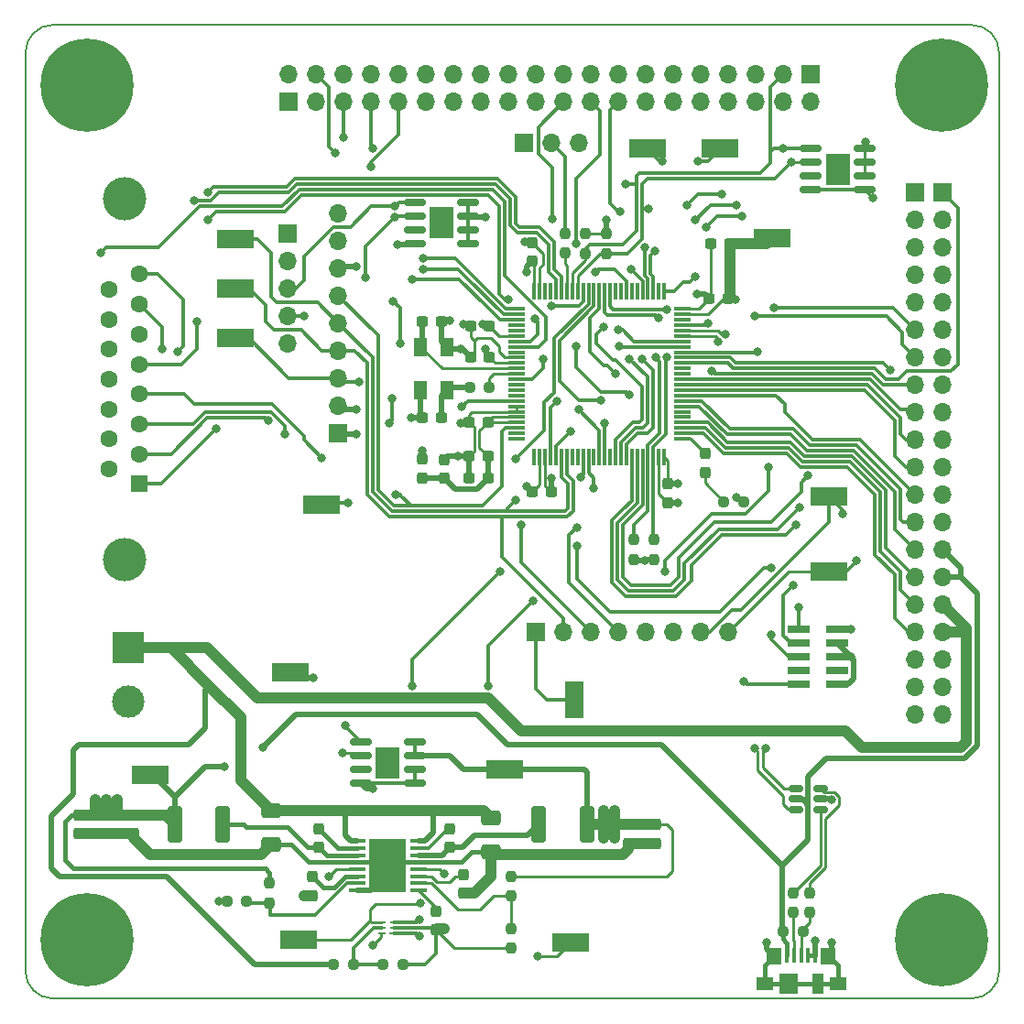
<source format=gbr>
%TF.GenerationSoftware,KiCad,Pcbnew,(6.0.7)*%
%TF.CreationDate,2023-01-27T10:25:26-08:00*%
%TF.ProjectId,FlightComputer,466c6967-6874-4436-9f6d-70757465722e,rev?*%
%TF.SameCoordinates,Original*%
%TF.FileFunction,Copper,L1,Top*%
%TF.FilePolarity,Positive*%
%FSLAX46Y46*%
G04 Gerber Fmt 4.6, Leading zero omitted, Abs format (unit mm)*
G04 Created by KiCad (PCBNEW (6.0.7)) date 2023-01-27 10:25:26*
%MOMM*%
%LPD*%
G01*
G04 APERTURE LIST*
G04 Aperture macros list*
%AMRoundRect*
0 Rectangle with rounded corners*
0 $1 Rounding radius*
0 $2 $3 $4 $5 $6 $7 $8 $9 X,Y pos of 4 corners*
0 Add a 4 corners polygon primitive as box body*
4,1,4,$2,$3,$4,$5,$6,$7,$8,$9,$2,$3,0*
0 Add four circle primitives for the rounded corners*
1,1,$1+$1,$2,$3*
1,1,$1+$1,$4,$5*
1,1,$1+$1,$6,$7*
1,1,$1+$1,$8,$9*
0 Add four rect primitives between the rounded corners*
20,1,$1+$1,$2,$3,$4,$5,0*
20,1,$1+$1,$4,$5,$6,$7,0*
20,1,$1+$1,$6,$7,$8,$9,0*
20,1,$1+$1,$8,$9,$2,$3,0*%
G04 Aperture macros list end*
%TA.AperFunction,Profile*%
%ADD10C,0.200000*%
%TD*%
%TA.AperFunction,SMDPad,CuDef*%
%ADD11RoundRect,0.150000X-0.825000X-0.150000X0.825000X-0.150000X0.825000X0.150000X-0.825000X0.150000X0*%
%TD*%
%TA.AperFunction,ComponentPad*%
%ADD12C,0.500000*%
%TD*%
%TA.AperFunction,SMDPad,CuDef*%
%ADD13R,2.290000X3.000000*%
%TD*%
%TA.AperFunction,SMDPad,CuDef*%
%ADD14R,3.400000X1.800000*%
%TD*%
%TA.AperFunction,SMDPad,CuDef*%
%ADD15R,1.800000X3.400000*%
%TD*%
%TA.AperFunction,SMDPad,CuDef*%
%ADD16RoundRect,0.250000X-0.400000X-1.450000X0.400000X-1.450000X0.400000X1.450000X-0.400000X1.450000X0*%
%TD*%
%TA.AperFunction,SMDPad,CuDef*%
%ADD17RoundRect,0.237500X0.300000X0.237500X-0.300000X0.237500X-0.300000X-0.237500X0.300000X-0.237500X0*%
%TD*%
%TA.AperFunction,SMDPad,CuDef*%
%ADD18RoundRect,0.237500X-0.300000X-0.237500X0.300000X-0.237500X0.300000X0.237500X-0.300000X0.237500X0*%
%TD*%
%TA.AperFunction,SMDPad,CuDef*%
%ADD19RoundRect,0.237500X-0.237500X0.300000X-0.237500X-0.300000X0.237500X-0.300000X0.237500X0.300000X0*%
%TD*%
%TA.AperFunction,SMDPad,CuDef*%
%ADD20RoundRect,0.250000X-0.650000X0.412500X-0.650000X-0.412500X0.650000X-0.412500X0.650000X0.412500X0*%
%TD*%
%TA.AperFunction,SMDPad,CuDef*%
%ADD21RoundRect,0.237500X-0.250000X-0.237500X0.250000X-0.237500X0.250000X0.237500X-0.250000X0.237500X0*%
%TD*%
%TA.AperFunction,SMDPad,CuDef*%
%ADD22RoundRect,0.237500X0.237500X-0.300000X0.237500X0.300000X-0.237500X0.300000X-0.237500X-0.300000X0*%
%TD*%
%TA.AperFunction,SMDPad,CuDef*%
%ADD23RoundRect,0.237500X-0.237500X0.250000X-0.237500X-0.250000X0.237500X-0.250000X0.237500X0.250000X0*%
%TD*%
%TA.AperFunction,ComponentPad*%
%ADD24C,0.900000*%
%TD*%
%TA.AperFunction,ComponentPad*%
%ADD25C,8.600000*%
%TD*%
%TA.AperFunction,SMDPad,CuDef*%
%ADD26RoundRect,0.237500X0.237500X-0.287500X0.237500X0.287500X-0.237500X0.287500X-0.237500X-0.287500X0*%
%TD*%
%TA.AperFunction,ComponentPad*%
%ADD27R,1.700000X1.700000*%
%TD*%
%TA.AperFunction,ComponentPad*%
%ADD28O,1.700000X1.700000*%
%TD*%
%TA.AperFunction,SMDPad,CuDef*%
%ADD29R,2.100000X0.750000*%
%TD*%
%TA.AperFunction,SMDPad,CuDef*%
%ADD30RoundRect,0.237500X0.237500X-0.250000X0.237500X0.250000X-0.237500X0.250000X-0.237500X-0.250000X0*%
%TD*%
%TA.AperFunction,SMDPad,CuDef*%
%ADD31RoundRect,0.237500X0.250000X0.237500X-0.250000X0.237500X-0.250000X-0.237500X0.250000X-0.237500X0*%
%TD*%
%TA.AperFunction,SMDPad,CuDef*%
%ADD32RoundRect,0.075000X-0.725000X-0.075000X0.725000X-0.075000X0.725000X0.075000X-0.725000X0.075000X0*%
%TD*%
%TA.AperFunction,SMDPad,CuDef*%
%ADD33RoundRect,0.075000X-0.075000X-0.725000X0.075000X-0.725000X0.075000X0.725000X-0.075000X0.725000X0*%
%TD*%
%TA.AperFunction,SMDPad,CuDef*%
%ADD34R,1.200000X1.800000*%
%TD*%
%TA.AperFunction,SMDPad,CuDef*%
%ADD35RoundRect,0.100000X-0.687500X-0.100000X0.687500X-0.100000X0.687500X0.100000X-0.687500X0.100000X0*%
%TD*%
%TA.AperFunction,SMDPad,CuDef*%
%ADD36R,3.400000X5.000000*%
%TD*%
%TA.AperFunction,SMDPad,CuDef*%
%ADD37RoundRect,0.237500X-0.237500X0.287500X-0.237500X-0.287500X0.237500X-0.287500X0.237500X0.287500X0*%
%TD*%
%TA.AperFunction,SMDPad,CuDef*%
%ADD38RoundRect,0.150000X0.512500X0.150000X-0.512500X0.150000X-0.512500X-0.150000X0.512500X-0.150000X0*%
%TD*%
%TA.AperFunction,ComponentPad*%
%ADD39C,4.000000*%
%TD*%
%TA.AperFunction,ComponentPad*%
%ADD40R,1.600000X1.600000*%
%TD*%
%TA.AperFunction,ComponentPad*%
%ADD41C,1.600000*%
%TD*%
%TA.AperFunction,ComponentPad*%
%ADD42R,3.000000X3.000000*%
%TD*%
%TA.AperFunction,ComponentPad*%
%ADD43C,3.000000*%
%TD*%
%TA.AperFunction,SMDPad,CuDef*%
%ADD44R,0.450000X1.380000*%
%TD*%
%TA.AperFunction,SMDPad,CuDef*%
%ADD45R,1.425000X1.550000*%
%TD*%
%TA.AperFunction,SMDPad,CuDef*%
%ADD46R,1.000000X1.900000*%
%TD*%
%TA.AperFunction,SMDPad,CuDef*%
%ADD47R,1.650000X1.300000*%
%TD*%
%TA.AperFunction,SMDPad,CuDef*%
%ADD48R,1.800000X1.900000*%
%TD*%
%TA.AperFunction,SMDPad,CuDef*%
%ADD49R,0.850000X0.280000*%
%TD*%
%TA.AperFunction,SMDPad,CuDef*%
%ADD50R,0.750000X0.280000*%
%TD*%
%TA.AperFunction,ViaPad*%
%ADD51C,0.800000*%
%TD*%
%TA.AperFunction,Conductor*%
%ADD52C,0.300000*%
%TD*%
%TA.AperFunction,Conductor*%
%ADD53C,0.500000*%
%TD*%
%TA.AperFunction,Conductor*%
%ADD54C,1.000000*%
%TD*%
%TA.AperFunction,Conductor*%
%ADD55C,0.400000*%
%TD*%
%TA.AperFunction,Conductor*%
%ADD56C,0.250000*%
%TD*%
%TA.AperFunction,Conductor*%
%ADD57C,0.261112*%
%TD*%
G04 APERTURE END LIST*
D10*
X227330000Y-148166000D02*
X142410000Y-148166000D01*
X229870000Y-60706000D02*
X229870000Y-145626000D01*
X229870000Y-60706000D02*
G75*
G03*
X227330000Y-58166000I-2540000J0D01*
G01*
X139870000Y-145626000D02*
X139870000Y-60706000D01*
X227330000Y-148166000D02*
G75*
G03*
X229870000Y-145626000I0J2540000D01*
G01*
X139870000Y-145626000D02*
G75*
G03*
X142410000Y-148166000I2540000J0D01*
G01*
X142410000Y-58166000D02*
X227330000Y-58166000D01*
X142410000Y-58166000D02*
G75*
G03*
X139870000Y-60706000I0J-2540000D01*
G01*
D11*
%TO.P,IC4,1,SDA*%
%TO.N,I2C1_SDA*%
X170880000Y-124460000D03*
%TO.P,IC4,2,SCL*%
%TO.N,I2C1_SCL*%
X170880000Y-125730000D03*
%TO.P,IC4,3,OS*%
%TO.N,unconnected-(IC4-Pad3)*%
X170880000Y-127000000D03*
%TO.P,IC4,4,GND*%
%TO.N,GND*%
X170880000Y-128270000D03*
%TO.P,IC4,5,A2*%
X175830000Y-128270000D03*
%TO.P,IC4,6,A1*%
X175830000Y-127000000D03*
%TO.P,IC4,7,A0*%
%TO.N,+3.3V*%
X175830000Y-125730000D03*
%TO.P,IC4,8,VCC*%
X175830000Y-124460000D03*
D12*
%TO.P,IC4,9*%
%TO.N,N/C*%
X174005000Y-127365000D03*
D13*
X173355000Y-126365000D03*
D12*
X172705000Y-126365000D03*
X174005000Y-126365000D03*
X172705000Y-127365000D03*
X172705000Y-125365000D03*
X174005000Y-125365000D03*
%TD*%
D14*
%TO.P,TP3,1,1*%
%TO.N,EN2*%
X165100000Y-142748000D03*
%TD*%
D15*
%TO.P,TP8,1,1*%
%TO.N,CS1*%
X190627000Y-120523000D03*
%TD*%
D16*
%TO.P,L1,1,1*%
%TO.N,+5V*%
X153670000Y-132080000D03*
%TO.P,L1,2,2*%
%TO.N,Net-(C3-Pad1)*%
X158120000Y-132080000D03*
%TD*%
D14*
%TO.P,TP13,1,1*%
%TO.N,I2C2_SDA*%
X204089000Y-69596000D03*
%TD*%
D17*
%TO.P,C13,1*%
%TO.N,+3.3VA*%
X182626000Y-100076000D03*
%TO.P,C13,2*%
%TO.N,GND*%
X180901000Y-100076000D03*
%TD*%
D18*
%TO.P,C23,1*%
%TO.N,HSE_IN*%
X176583000Y-85598000D03*
%TO.P,C23,2*%
%TO.N,GND*%
X178308000Y-85598000D03*
%TD*%
D19*
%TO.P,C9,1*%
%TO.N,Net-(C9-Pad1)*%
X179070000Y-132487500D03*
%TO.P,C9,2*%
%TO.N,Net-(C9-Pad2)*%
X179070000Y-134212500D03*
%TD*%
D20*
%TO.P,C6,1*%
%TO.N,VIN*%
X182880000Y-131495000D03*
%TO.P,C6,2*%
%TO.N,GND*%
X182880000Y-134620000D03*
%TD*%
D21*
%TO.P,R14,1*%
%TO.N,+5V*%
X209907500Y-141986000D03*
%TO.P,R14,2*%
%TO.N,Net-(J3-Pad3)*%
X211732500Y-141986000D03*
%TD*%
D14*
%TO.P,TP6,1,1*%
%TO.N,SPI1_MISO*%
X159258000Y-77978000D03*
%TD*%
D22*
%TO.P,C15,1*%
%TO.N,+3.3VA*%
X178562000Y-100076000D03*
%TO.P,C15,2*%
%TO.N,GND*%
X178562000Y-98351000D03*
%TD*%
D11*
%TO.P,IC3,1,SDA*%
%TO.N,I2C1_SDA*%
X212474000Y-69584000D03*
%TO.P,IC3,2,SCL*%
%TO.N,I2C1_SCL*%
X212474000Y-70854000D03*
%TO.P,IC3,3,OS*%
%TO.N,unconnected-(IC3-Pad3)*%
X212474000Y-72124000D03*
%TO.P,IC3,4,GND*%
%TO.N,GND*%
X212474000Y-73394000D03*
%TO.P,IC3,5,A2*%
X217424000Y-73394000D03*
%TO.P,IC3,6,A1*%
%TO.N,+3.3V*%
X217424000Y-72124000D03*
%TO.P,IC3,7,A0*%
X217424000Y-70854000D03*
%TO.P,IC3,8,VCC*%
X217424000Y-69584000D03*
D12*
%TO.P,IC3,9*%
%TO.N,N/C*%
X215599000Y-71489000D03*
X215599000Y-72489000D03*
X214299000Y-71489000D03*
X215599000Y-70489000D03*
X214299000Y-72489000D03*
D13*
X214949000Y-71489000D03*
D12*
X214299000Y-70489000D03*
%TD*%
D23*
%TO.P,R5,1*%
%TO.N,+3.3V*%
X184785000Y-136882500D03*
%TO.P,R5,2*%
%TO.N,VFB2*%
X184785000Y-138707500D03*
%TD*%
D19*
%TO.P,C19,1*%
%TO.N,+3.3V*%
X199263000Y-100584000D03*
%TO.P,C19,2*%
%TO.N,GND*%
X199263000Y-102309000D03*
%TD*%
D17*
%TO.P,C17,1*%
%TO.N,+3.3VA*%
X182626000Y-94869000D03*
%TO.P,C17,2*%
%TO.N,GND*%
X180901000Y-94869000D03*
%TD*%
%TO.P,C22,1*%
%TO.N,+3.3V*%
X188441500Y-101346000D03*
%TO.P,C22,2*%
%TO.N,GND*%
X186716500Y-101346000D03*
%TD*%
D19*
%TO.P,C10,1,1*%
%TO.N,+3.3V*%
X198115000Y-132080000D03*
%TO.P,C10,2,2*%
%TO.N,GND*%
X198115000Y-133805000D03*
%TD*%
D14*
%TO.P,TP2,1,1*%
%TO.N,EN1*%
X190246000Y-143002000D03*
%TD*%
D24*
%TO.P,H4,1,1*%
%TO.N,GND*%
X145542000Y-139523000D03*
X145542000Y-145973000D03*
X147822419Y-140467581D03*
D25*
X145542000Y-142748000D03*
D24*
X143261581Y-145028419D03*
X142317000Y-142748000D03*
X143261581Y-140467581D03*
X147822419Y-145028419D03*
X148767000Y-142748000D03*
%TD*%
D26*
%TO.P,D1,1,K*%
%TO.N,Net-(D1-Pad1)*%
X202692000Y-99554000D03*
%TO.P,D1,2,A*%
%TO.N,LED_STATUS*%
X202692000Y-97804000D03*
%TD*%
D27*
%TO.P,J8,1,Pin_1*%
%TO.N,PE0*%
X164211000Y-65278000D03*
D28*
%TO.P,J8,2,Pin_2*%
%TO.N,PE1*%
X166751000Y-65278000D03*
%TO.P,J8,3,Pin_3*%
%TO.N,PE2*%
X169291000Y-65278000D03*
%TO.P,J8,4,Pin_4*%
%TO.N,PE3*%
X171831000Y-65278000D03*
%TO.P,J8,5,Pin_5*%
%TO.N,PE4*%
X174371000Y-65278000D03*
%TO.P,J8,6,Pin_6*%
%TO.N,PE5*%
X176911000Y-65278000D03*
%TO.P,J8,7,Pin_7*%
%TO.N,PE6*%
X179451000Y-65278000D03*
%TO.P,J8,8,Pin_8*%
%TO.N,ADC3_IN1*%
X181991000Y-65278000D03*
%TO.P,J8,9,Pin_9*%
%TO.N,ADC3_IN2*%
X184531000Y-65278000D03*
%TO.P,J8,10,Pin_10*%
%TO.N,ADC3_IN3*%
X187071000Y-65278000D03*
%TO.P,J8,11,Pin_11*%
%TO.N,DAC_OUT1*%
X189611000Y-65278000D03*
%TO.P,J8,12,Pin_12*%
%TO.N,PE7*%
X192151000Y-65278000D03*
%TO.P,J8,13,Pin_13*%
%TO.N,PE8*%
X194691000Y-65278000D03*
%TO.P,J8,14,Pin_14*%
%TO.N,unconnected-(J8-Pad14)*%
X197231000Y-65278000D03*
%TO.P,J8,15,Pin_15*%
%TO.N,PE10*%
X199771000Y-65278000D03*
%TO.P,J8,16,Pin_16*%
%TO.N,PE11*%
X202311000Y-65278000D03*
%TO.P,J8,17,Pin_17*%
%TO.N,PE12*%
X204851000Y-65278000D03*
%TO.P,J8,18,Pin_18*%
%TO.N,PE13*%
X207391000Y-65278000D03*
%TO.P,J8,19,Pin_19*%
%TO.N,PE14*%
X209931000Y-65278000D03*
%TO.P,J8,20,Pin_20*%
%TO.N,PE15*%
X212471000Y-65278000D03*
%TD*%
D29*
%TO.P,J2,1,Pin_1*%
%TO.N,+3.3V*%
X214906000Y-114046000D03*
%TO.P,J2,2,Pin_2*%
%TO.N,SYS_JTMS-SWDIO*%
X211306000Y-114046000D03*
%TO.P,J2,3,Pin_3*%
%TO.N,GND*%
X214906000Y-115316000D03*
%TO.P,J2,4,Pin_4*%
%TO.N,SYS_JTCK-SWCLK*%
X211306000Y-115316000D03*
%TO.P,J2,5,Pin_5*%
%TO.N,GND*%
X214906000Y-116586000D03*
%TO.P,J2,6,Pin_6*%
%TO.N,SYS_JTDO-TRACESWO*%
X211306000Y-116586000D03*
%TO.P,J2,7,Pin_7*%
%TO.N,unconnected-(J2-Pad7)*%
X214906000Y-117856000D03*
%TO.P,J2,8,Pin_8*%
%TO.N,unconnected-(J2-Pad8)*%
X211306000Y-117856000D03*
%TO.P,J2,9,Pin_9*%
%TO.N,GND*%
X214906000Y-119126000D03*
%TO.P,J2,10,Pin_10*%
%TO.N,NRST*%
X211306000Y-119126000D03*
%TD*%
D24*
%TO.P,H2,1,1*%
%TO.N,GND*%
X222255581Y-61473581D03*
X224536000Y-60529000D03*
X226816419Y-66034419D03*
X227761000Y-63754000D03*
X222255581Y-66034419D03*
X224536000Y-66979000D03*
D25*
X224536000Y-63754000D03*
D24*
X221311000Y-63754000D03*
X226816419Y-61473581D03*
%TD*%
D30*
%TO.P,R9,1*%
%TO.N,+3.3V*%
X196088000Y-107569000D03*
%TO.P,R9,2*%
%TO.N,I2C2_SCL*%
X196088000Y-105744000D03*
%TD*%
D27*
%TO.P,J4,1,Pin_1*%
%TO.N,+3.3V*%
X164084000Y-77475000D03*
D28*
%TO.P,J4,2,Pin_2*%
%TO.N,GND*%
X164084000Y-80015000D03*
%TO.P,J4,3,Pin_3*%
%TO.N,I2C1_SDA*%
X164084000Y-82555000D03*
%TO.P,J4,4,Pin_4*%
%TO.N,I2C1_SCL*%
X164084000Y-85095000D03*
%TO.P,J4,5,Pin_5*%
%TO.N,unconnected-(J4-Pad5)*%
X164084000Y-87635000D03*
%TD*%
D31*
%TO.P,R11,1*%
%TO.N,HSE_OUT*%
X182753000Y-91694000D03*
%TO.P,R11,2*%
%TO.N,Net-(C24-Pad1)*%
X180928000Y-91694000D03*
%TD*%
D14*
%TO.P,TP15,1,1*%
%TO.N,GND*%
X164338000Y-117983000D03*
%TD*%
D22*
%TO.P,C4,1*%
%TO.N,GND*%
X166370000Y-138657500D03*
%TO.P,C4,2*%
%TO.N,Net-(C4-Pad2)*%
X166370000Y-136932500D03*
%TD*%
D14*
%TO.P,TP10,1,1*%
%TO.N,I2C1_SCL*%
X214122000Y-108712000D03*
%TD*%
D23*
%TO.P,R12,1*%
%TO.N,+3.3V*%
X191643000Y-77470000D03*
%TO.P,R12,2*%
%TO.N,I2C1_SDA*%
X191643000Y-79295000D03*
%TD*%
%TO.P,R6,1*%
%TO.N,VFB2*%
X184785000Y-141685000D03*
%TO.P,R6,2*%
%TO.N,GND*%
X184785000Y-143510000D03*
%TD*%
D16*
%TO.P,L2,1,1*%
%TO.N,Net-(C9-Pad2)*%
X187320000Y-132080000D03*
%TO.P,L2,2,2*%
%TO.N,+3.3V*%
X191770000Y-132080000D03*
%TD*%
D14*
%TO.P,TP9,1,1*%
%TO.N,CS2*%
X167259000Y-102489000D03*
%TD*%
%TO.P,TP14,1,1*%
%TO.N,GND*%
X208915000Y-77851000D03*
%TD*%
%TO.P,TP11,1,1*%
%TO.N,I2C1_SDA*%
X214122000Y-101727000D03*
%TD*%
%TO.P,TP1,1,1*%
%TO.N,+5V*%
X151384000Y-127508000D03*
%TD*%
D27*
%TO.P,J11,1,Pin_1*%
%TO.N,I2C1_SCL*%
X212471000Y-62738000D03*
D28*
%TO.P,J11,2,Pin_2*%
%TO.N,I2C1_SDA*%
X209931000Y-62738000D03*
%TO.P,J11,3,Pin_3*%
%TO.N,GND*%
X207391000Y-62738000D03*
%TO.P,J11,4,Pin_4*%
%TO.N,unconnected-(J11-Pad4)*%
X204851000Y-62738000D03*
%TO.P,J11,5,Pin_5*%
%TO.N,unconnected-(J11-Pad5)*%
X202311000Y-62738000D03*
%TO.P,J11,6,Pin_6*%
%TO.N,unconnected-(J11-Pad6)*%
X199771000Y-62738000D03*
%TO.P,J11,7,Pin_7*%
%TO.N,GND*%
X197231000Y-62738000D03*
%TO.P,J11,8,Pin_8*%
%TO.N,I2C2_SCL*%
X194691000Y-62738000D03*
%TO.P,J11,9,Pin_9*%
%TO.N,I2C2_SDA*%
X192151000Y-62738000D03*
%TO.P,J11,10,Pin_10*%
%TO.N,unconnected-(J11-Pad10)*%
X189611000Y-62738000D03*
%TO.P,J11,11,Pin_11*%
%TO.N,unconnected-(J11-Pad11)*%
X187071000Y-62738000D03*
%TO.P,J11,12,Pin_12*%
%TO.N,GND*%
X184531000Y-62738000D03*
%TO.P,J11,13,Pin_13*%
X181991000Y-62738000D03*
%TO.P,J11,14,Pin_14*%
%TO.N,unconnected-(J11-Pad14)*%
X179451000Y-62738000D03*
%TO.P,J11,15,Pin_15*%
%TO.N,unconnected-(J11-Pad15)*%
X176911000Y-62738000D03*
%TO.P,J11,16,Pin_16*%
%TO.N,ADC3_IN10*%
X174371000Y-62738000D03*
%TO.P,J11,17,Pin_17*%
%TO.N,ADC3_IN11*%
X171831000Y-62738000D03*
%TO.P,J11,18,Pin_18*%
%TO.N,ADC3_IN12*%
X169291000Y-62738000D03*
%TO.P,J11,19,Pin_19*%
%TO.N,ADC3_IN13*%
X166751000Y-62738000D03*
%TO.P,J11,20,Pin_20*%
%TO.N,GND*%
X164211000Y-62738000D03*
%TD*%
D31*
%TO.P,R2,1,1*%
%TO.N,VFB1*%
X160321000Y-139192000D03*
%TO.P,R2,2,2*%
%TO.N,GND*%
X158496000Y-139192000D03*
%TD*%
D27*
%TO.P,J6,1,Pin_1*%
%TO.N,+3.3V*%
X168758000Y-95875000D03*
D28*
%TO.P,J6,2,Pin_2*%
%TO.N,GND*%
X168758000Y-93335000D03*
%TO.P,J6,3,Pin_3*%
%TO.N,SPI1_SCK*%
X168758000Y-90795000D03*
%TO.P,J6,4,Pin_4*%
%TO.N,SPI1_MOSI*%
X168758000Y-88255000D03*
%TO.P,J6,5,Pin_5*%
%TO.N,SPI1_MISO*%
X168758000Y-85715000D03*
%TO.P,J6,6,Pin_6*%
%TO.N,CS2*%
X168758000Y-83175000D03*
%TO.P,J6,7,Pin_7*%
%TO.N,GND*%
X168758000Y-80635000D03*
%TO.P,J6,8,Pin_8*%
%TO.N,unconnected-(J6-Pad8)*%
X168758000Y-78095000D03*
%TO.P,J6,9,Pin_9*%
%TO.N,unconnected-(J6-Pad9)*%
X168758000Y-75555000D03*
%TD*%
D30*
%TO.P,R15,1*%
%TO.N,Net-(J3-Pad3)*%
X212344000Y-140208000D03*
%TO.P,R15,2*%
%TO.N,USB_CONN_D+*%
X212344000Y-138383000D03*
%TD*%
D19*
%TO.P,C1,1*%
%TO.N,+5V*%
X144780000Y-131217500D03*
%TO.P,C1,2*%
%TO.N,GND*%
X144780000Y-132942500D03*
%TD*%
D18*
%TO.P,C14,1*%
%TO.N,+3.3V*%
X203253000Y-78359000D03*
%TO.P,C14,2*%
%TO.N,GND*%
X204978000Y-78359000D03*
%TD*%
D11*
%TO.P,IC2,1,SDA*%
%TO.N,I2C1_SDA*%
X175833000Y-74549000D03*
%TO.P,IC2,2,SCL*%
%TO.N,I2C1_SCL*%
X175833000Y-75819000D03*
%TO.P,IC2,3,OS*%
%TO.N,unconnected-(IC2-Pad3)*%
X175833000Y-77089000D03*
%TO.P,IC2,4,GND*%
%TO.N,GND*%
X175833000Y-78359000D03*
%TO.P,IC2,5,A2*%
%TO.N,+3.3V*%
X180783000Y-78359000D03*
%TO.P,IC2,6,A1*%
X180783000Y-77089000D03*
%TO.P,IC2,7,A0*%
X180783000Y-75819000D03*
%TO.P,IC2,8,VCC*%
X180783000Y-74549000D03*
D12*
%TO.P,IC2,9*%
%TO.N,N/C*%
X178958000Y-76454000D03*
X177658000Y-77454000D03*
X177658000Y-76454000D03*
X178958000Y-77454000D03*
D13*
X178308000Y-76454000D03*
D12*
X177658000Y-75454000D03*
X178958000Y-75454000D03*
%TD*%
D22*
%TO.P,C3,1*%
%TO.N,Net-(C3-Pad1)*%
X167005000Y-134212500D03*
%TO.P,C3,2*%
%TO.N,Net-(C3-Pad2)*%
X167005000Y-132487500D03*
%TD*%
D23*
%TO.P,R8,1*%
%TO.N,+3.3V*%
X193548000Y-77470000D03*
%TO.P,R8,2*%
%TO.N,I2C1_SCL*%
X193548000Y-79295000D03*
%TD*%
D17*
%TO.P,C21,1*%
%TO.N,+3.3V*%
X182753000Y-85979000D03*
%TO.P,C21,2*%
%TO.N,GND*%
X181028000Y-85979000D03*
%TD*%
%TO.P,C24,1*%
%TO.N,Net-(C24-Pad1)*%
X178308000Y-94488000D03*
%TO.P,C24,2*%
%TO.N,GND*%
X176583000Y-94488000D03*
%TD*%
D23*
%TO.P,R16,1*%
%TO.N,USB_CONN_D-*%
X210820000Y-138383000D03*
%TO.P,R16,2*%
%TO.N,Net-(J3-Pad2)*%
X210820000Y-140208000D03*
%TD*%
D32*
%TO.P,U2,1,PE2*%
%TO.N,PE2*%
X185238000Y-84424000D03*
%TO.P,U2,2,PE3*%
%TO.N,PE3*%
X185238000Y-84924000D03*
%TO.P,U2,3,PE4*%
%TO.N,PE4*%
X185238000Y-85424000D03*
%TO.P,U2,4,PE5*%
%TO.N,unconnected-(U2-Pad4)*%
X185238000Y-85924000D03*
%TO.P,U2,5,PE6*%
%TO.N,unconnected-(U2-Pad5)*%
X185238000Y-86424000D03*
%TO.P,U2,6,VBAT*%
%TO.N,+3.3V*%
X185238000Y-86924000D03*
%TO.P,U2,7,PC13*%
%TO.N,RFM_RX_OVERFLOW*%
X185238000Y-87424000D03*
%TO.P,U2,8,PC14*%
%TO.N,RFM_TX_OVERFLOW*%
X185238000Y-87924000D03*
%TO.P,U2,9,PC15*%
%TO.N,unconnected-(U2-Pad9)*%
X185238000Y-88424000D03*
%TO.P,U2,10,VSS*%
%TO.N,GND*%
X185238000Y-88924000D03*
%TO.P,U2,11,VDD*%
%TO.N,+3.3V*%
X185238000Y-89424000D03*
%TO.P,U2,12,RCC_OSC_IN*%
%TO.N,HSE_IN*%
X185238000Y-89924000D03*
%TO.P,U2,13,RCC_OSC_OUT*%
%TO.N,HSE_OUT*%
X185238000Y-90424000D03*
%TO.P,U2,14,NRST*%
%TO.N,NRST*%
X185238000Y-90924000D03*
%TO.P,U2,15,PC0*%
%TO.N,unconnected-(U2-Pad15)*%
X185238000Y-91424000D03*
%TO.P,U2,16,PC1*%
%TO.N,unconnected-(U2-Pad16)*%
X185238000Y-91924000D03*
%TO.P,U2,17,PC2*%
%TO.N,unconnected-(U2-Pad17)*%
X185238000Y-92424000D03*
%TO.P,U2,18,PC3*%
%TO.N,ADC3_IN13*%
X185238000Y-92924000D03*
%TO.P,U2,19,VSSA*%
%TO.N,GND*%
X185238000Y-93424000D03*
%TO.P,U2,20,VREF-*%
X185238000Y-93924000D03*
%TO.P,U2,21,VREF+*%
%TO.N,+3.3VA*%
X185238000Y-94424000D03*
%TO.P,U2,22,VDDA*%
X185238000Y-94924000D03*
%TO.P,U2,23,PA0*%
%TO.N,CS2*%
X185238000Y-95424000D03*
%TO.P,U2,24,PA1*%
%TO.N,unconnected-(U2-Pad24)*%
X185238000Y-95924000D03*
%TO.P,U2,25,PA2*%
%TO.N,unconnected-(U2-Pad25)*%
X185238000Y-96424000D03*
D33*
%TO.P,U2,26,PA3*%
%TO.N,unconnected-(U2-Pad26)*%
X186913000Y-98099000D03*
%TO.P,U2,27,VSS*%
%TO.N,GND*%
X187413000Y-98099000D03*
%TO.P,U2,28,VDD*%
%TO.N,+3.3V*%
X187913000Y-98099000D03*
%TO.P,U2,29,PA4*%
%TO.N,DAC_OUT1*%
X188413000Y-98099000D03*
%TO.P,U2,30,PA5*%
%TO.N,SPI1_SCK*%
X188913000Y-98099000D03*
%TO.P,U2,31,PA6*%
%TO.N,SPI1_MISO*%
X189413000Y-98099000D03*
%TO.P,U2,32,PA7*%
%TO.N,SPI1_MOSI*%
X189913000Y-98099000D03*
%TO.P,U2,33,PC4*%
%TO.N,PC4*%
X190413000Y-98099000D03*
%TO.P,U2,34,PC5*%
%TO.N,unconnected-(U2-Pad34)*%
X190913000Y-98099000D03*
%TO.P,U2,35,PB0*%
%TO.N,CC2500_RX_EMPTY*%
X191413000Y-98099000D03*
%TO.P,U2,36,PB1*%
%TO.N,CC2500_TX_EMPTY*%
X191913000Y-98099000D03*
%TO.P,U2,37,PB2*%
%TO.N,unconnected-(U2-Pad37)*%
X192413000Y-98099000D03*
%TO.P,U2,38,PE7*%
%TO.N,PE7*%
X192913000Y-98099000D03*
%TO.P,U2,39,PE8*%
%TO.N,PE8*%
X193413000Y-98099000D03*
%TO.P,U2,40,PE9*%
%TO.N,PE9*%
X193913000Y-98099000D03*
%TO.P,U2,41,PE10*%
%TO.N,PE10*%
X194413000Y-98099000D03*
%TO.P,U2,42,PE11*%
%TO.N,PE11*%
X194913000Y-98099000D03*
%TO.P,U2,43,PE12*%
%TO.N,PE12*%
X195413000Y-98099000D03*
%TO.P,U2,44,PE13*%
%TO.N,PE13*%
X195913000Y-98099000D03*
%TO.P,U2,45,PE14*%
%TO.N,PE14*%
X196413000Y-98099000D03*
%TO.P,U2,46,PE15*%
%TO.N,PE15*%
X196913000Y-98099000D03*
%TO.P,U2,47,PB10*%
%TO.N,I2C2_SCL*%
X197413000Y-98099000D03*
%TO.P,U2,48,PB11*%
%TO.N,I2C2_SDA*%
X197913000Y-98099000D03*
%TO.P,U2,49,VSS*%
%TO.N,GND*%
X198413000Y-98099000D03*
%TO.P,U2,50,VDD*%
%TO.N,+3.3V*%
X198913000Y-98099000D03*
D32*
%TO.P,U2,51,PB12*%
%TO.N,LED_STATUS*%
X200588000Y-96424000D03*
%TO.P,U2,52,PB13*%
%TO.N,SPI2_SCK*%
X200588000Y-95924000D03*
%TO.P,U2,53,PB14*%
%TO.N,SPI2_MISO*%
X200588000Y-95424000D03*
%TO.P,U2,54,PB15*%
%TO.N,SPI2_MOSI*%
X200588000Y-94924000D03*
%TO.P,U2,55,PD8*%
%TO.N,PD8*%
X200588000Y-94424000D03*
%TO.P,U2,56,PD9*%
%TO.N,PD9*%
X200588000Y-93924000D03*
%TO.P,U2,57,PD10*%
%TO.N,PD10*%
X200588000Y-93424000D03*
%TO.P,U2,58,PD11*%
%TO.N,PD11*%
X200588000Y-92924000D03*
%TO.P,U2,59,PD12*%
%TO.N,PD12*%
X200588000Y-92424000D03*
%TO.P,U2,60,PD13*%
%TO.N,PD13*%
X200588000Y-91924000D03*
%TO.P,U2,61,PD14*%
%TO.N,PD14*%
X200588000Y-91424000D03*
%TO.P,U2,62,PD15*%
%TO.N,PD15*%
X200588000Y-90924000D03*
%TO.P,U2,63,PC6*%
%TO.N,unconnected-(U2-Pad63)*%
X200588000Y-90424000D03*
%TO.P,U2,64,PC7*%
%TO.N,unconnected-(U2-Pad64)*%
X200588000Y-89924000D03*
%TO.P,U2,65,PC8*%
%TO.N,PC8*%
X200588000Y-89424000D03*
%TO.P,U2,66,PC9*%
%TO.N,PC9*%
X200588000Y-88924000D03*
%TO.P,U2,67,PA8*%
%TO.N,CS1*%
X200588000Y-88424000D03*
%TO.P,U2,68,PA9*%
%TO.N,NEN1*%
X200588000Y-87924000D03*
%TO.P,U2,69,PA10*%
%TO.N,NEN2*%
X200588000Y-87424000D03*
%TO.P,U2,70,PA11*%
%TO.N,USB_D-*%
X200588000Y-86924000D03*
%TO.P,U2,71,PA12*%
%TO.N,USB_D+*%
X200588000Y-86424000D03*
%TO.P,U2,72,PA13*%
%TO.N,SYS_JTMS-SWDIO*%
X200588000Y-85924000D03*
%TO.P,U2,73,NC*%
%TO.N,unconnected-(U2-Pad73)*%
X200588000Y-85424000D03*
%TO.P,U2,74,VSS*%
%TO.N,GND*%
X200588000Y-84924000D03*
%TO.P,U2,75,VDD*%
%TO.N,+3.3V*%
X200588000Y-84424000D03*
D33*
%TO.P,U2,76,PA14*%
%TO.N,SYS_JTCK-SWCLK*%
X198913000Y-82749000D03*
%TO.P,U2,77,PA15*%
%TO.N,unconnected-(U2-Pad77)*%
X198413000Y-82749000D03*
%TO.P,U2,78,PC10*%
%TO.N,CC2500_UART_TX*%
X197913000Y-82749000D03*
%TO.P,U2,79,PC11*%
%TO.N,CC2500_UART_RX*%
X197413000Y-82749000D03*
%TO.P,U2,80,PC12*%
%TO.N,RFM_UART_TX*%
X196913000Y-82749000D03*
%TO.P,U2,81,PD0*%
%TO.N,unconnected-(U2-Pad81)*%
X196413000Y-82749000D03*
%TO.P,U2,82,PD1*%
%TO.N,unconnected-(U2-Pad82)*%
X195913000Y-82749000D03*
%TO.P,U2,83,PD2*%
%TO.N,RFM_UART_RX*%
X195413000Y-82749000D03*
%TO.P,U2,84,PD3*%
%TO.N,unconnected-(U2-Pad84)*%
X194913000Y-82749000D03*
%TO.P,U2,85,PD4*%
%TO.N,unconnected-(U2-Pad85)*%
X194413000Y-82749000D03*
%TO.P,U2,86,PD5*%
%TO.N,UART2_TX*%
X193913000Y-82749000D03*
%TO.P,U2,87,PD6*%
%TO.N,UART2_RX*%
X193413000Y-82749000D03*
%TO.P,U2,88,PD7*%
%TO.N,PD7*%
X192913000Y-82749000D03*
%TO.P,U2,89,PB3*%
%TO.N,SYS_JTDO-TRACESWO*%
X192413000Y-82749000D03*
%TO.P,U2,90,PB4*%
%TO.N,RFM_TX_EMPTY*%
X191913000Y-82749000D03*
%TO.P,U2,91,PB5*%
%TO.N,RFM_RX_EMPTY*%
X191413000Y-82749000D03*
%TO.P,U2,92,PB6*%
%TO.N,I2C1_SCL*%
X190913000Y-82749000D03*
%TO.P,U2,93,PB7*%
%TO.N,I2C1_SDA*%
X190413000Y-82749000D03*
%TO.P,U2,94,BOOT0*%
%TO.N,BOOT0*%
X189913000Y-82749000D03*
%TO.P,U2,95,PB8*%
%TO.N,CC2500_RX_OVERFLOW*%
X189413000Y-82749000D03*
%TO.P,U2,96,PB9*%
%TO.N,CC2500_TX_OVERFLOW*%
X188913000Y-82749000D03*
%TO.P,U2,97,PE0*%
%TO.N,unconnected-(U2-Pad97)*%
X188413000Y-82749000D03*
%TO.P,U2,98,PE1*%
%TO.N,unconnected-(U2-Pad98)*%
X187913000Y-82749000D03*
%TO.P,U2,99,VSS*%
%TO.N,GND*%
X187413000Y-82749000D03*
%TO.P,U2,100,VDD*%
%TO.N,+3.3V*%
X186913000Y-82749000D03*
%TD*%
D22*
%TO.P,C18,1*%
%TO.N,+3.3V*%
X186690000Y-80010000D03*
%TO.P,C18,2*%
%TO.N,GND*%
X186690000Y-78285000D03*
%TD*%
D14*
%TO.P,TP4,1,1*%
%TO.N,+3.3V*%
X184150000Y-127000000D03*
%TD*%
D27*
%TO.P,J12,1,Pin_1*%
%TO.N,+3.3V*%
X185928000Y-69088000D03*
D28*
%TO.P,J12,2,Pin_2*%
%TO.N,Net-(J12-Pad2)*%
X188468000Y-69088000D03*
%TO.P,J12,3,Pin_3*%
%TO.N,GND*%
X191008000Y-69088000D03*
%TD*%
D21*
%TO.P,R10,1*%
%TO.N,Net-(D1-Pad1)*%
X204423000Y-102249000D03*
%TO.P,R10,2*%
%TO.N,GND*%
X206248000Y-102249000D03*
%TD*%
D30*
%TO.P,R13,1*%
%TO.N,+3.3V*%
X197993000Y-107569000D03*
%TO.P,R13,2*%
%TO.N,I2C2_SDA*%
X197993000Y-105744000D03*
%TD*%
D25*
%TO.P,H3,1,1*%
%TO.N,GND*%
X224536000Y-142748000D03*
D24*
X221311000Y-142748000D03*
X227761000Y-142748000D03*
X222255581Y-145028419D03*
X226816419Y-145028419D03*
X224536000Y-139523000D03*
X224536000Y-145973000D03*
X222255581Y-140467581D03*
X226816419Y-140467581D03*
%TD*%
D34*
%TO.P,Y1,1,CRYSTAL_1*%
%TO.N,HSE_IN*%
X176403000Y-87948000D03*
%TO.P,Y1,2,GND_1*%
%TO.N,GND*%
X176403000Y-91948000D03*
%TO.P,Y1,3,CRYSTAL_2*%
%TO.N,Net-(C24-Pad1)*%
X178803000Y-91948000D03*
%TO.P,Y1,4,GND_2*%
%TO.N,GND*%
X178803000Y-87948000D03*
%TD*%
D19*
%TO.P,C8,1*%
%TO.N,Net-(C8-Pad1)*%
X180340000Y-136705000D03*
%TO.P,C8,2*%
%TO.N,GND*%
X180340000Y-138430000D03*
%TD*%
D35*
%TO.P,IC1,1,VIN1*%
%TO.N,VIN*%
X170492500Y-133615000D03*
%TO.P,IC1,2,VBST1*%
%TO.N,Net-(C3-Pad2)*%
X170492500Y-134265000D03*
%TO.P,IC1,3,SW1*%
%TO.N,Net-(C3-Pad1)*%
X170492500Y-134915000D03*
%TO.P,IC1,4,PGND1*%
%TO.N,GND*%
X170492500Y-135565000D03*
%TO.P,IC1,5,EN1*%
%TO.N,EN1*%
X170492500Y-136215000D03*
%TO.P,IC1,6,SS1*%
%TO.N,Net-(C4-Pad2)*%
X170492500Y-136865000D03*
%TO.P,IC1,7,VFB1*%
%TO.N,VFB1*%
X170492500Y-137515000D03*
%TO.P,IC1,8,GND*%
%TO.N,GND*%
X170492500Y-138165000D03*
%TO.P,IC1,9,VREG5*%
%TO.N,Net-(C7-Pad1)*%
X176217500Y-138165000D03*
%TO.P,IC1,10,VFB2*%
%TO.N,VFB2*%
X176217500Y-137515000D03*
%TO.P,IC1,11,SS2*%
%TO.N,Net-(C8-Pad1)*%
X176217500Y-136865000D03*
%TO.P,IC1,12,EN2*%
%TO.N,EN2*%
X176217500Y-136215000D03*
%TO.P,IC1,13,PGND2*%
%TO.N,GND*%
X176217500Y-135565000D03*
%TO.P,IC1,14,SW2*%
%TO.N,Net-(C9-Pad2)*%
X176217500Y-134915000D03*
%TO.P,IC1,15,VBST2*%
%TO.N,Net-(C9-Pad1)*%
X176217500Y-134265000D03*
%TO.P,IC1,16,VIN2*%
%TO.N,VIN*%
X176217500Y-133615000D03*
D36*
%TO.P,IC1,17,EP*%
%TO.N,GND*%
X173355000Y-135890000D03*
%TD*%
D14*
%TO.P,TP12,1,1*%
%TO.N,I2C2_SCL*%
X197358000Y-69596000D03*
%TD*%
D30*
%TO.P,R7,1*%
%TO.N,BOOT0*%
X189738000Y-79271500D03*
%TO.P,R7,2*%
%TO.N,Net-(J12-Pad2)*%
X189738000Y-77446500D03*
%TD*%
D24*
%TO.P,H1,1,1*%
%TO.N,GND*%
X142317000Y-63754000D03*
X143261581Y-61473581D03*
X145542000Y-60529000D03*
X145542000Y-66979000D03*
D25*
X145542000Y-63754000D03*
D24*
X148767000Y-63754000D03*
X143261581Y-66034419D03*
X147822419Y-61473581D03*
X147822419Y-66034419D03*
%TD*%
D37*
%TO.P,L3,1*%
%TO.N,+3.3V*%
X176530000Y-98298000D03*
%TO.P,L3,2*%
%TO.N,+3.3VA*%
X176530000Y-100048000D03*
%TD*%
D38*
%TO.P,U3,1,I/O1*%
%TO.N,USB_CONN_D-*%
X213354500Y-130680000D03*
%TO.P,U3,2,GND*%
%TO.N,GND*%
X213354500Y-129730000D03*
%TO.P,U3,3,I/O2*%
%TO.N,USB_CONN_D+*%
X213354500Y-128780000D03*
%TO.P,U3,4,I/O2*%
%TO.N,USB_D+*%
X211079500Y-128780000D03*
%TO.P,U3,5,VBUS*%
%TO.N,+5V*%
X211079500Y-129730000D03*
%TO.P,U3,6,I/O1*%
%TO.N,USB_D-*%
X211079500Y-130680000D03*
%TD*%
D14*
%TO.P,TP7,1,1*%
%TO.N,SPI1_MOSI*%
X159258000Y-82550000D03*
%TD*%
D23*
%TO.P,R1,1,1*%
%TO.N,+5V*%
X162447500Y-137517500D03*
%TO.P,R1,2,2*%
%TO.N,VFB1*%
X162447500Y-139342500D03*
%TD*%
D21*
%TO.P,R4,1*%
%TO.N,Net-(R3-Pad2)*%
X172927000Y-145034000D03*
%TO.P,R4,2*%
%TO.N,GND*%
X174752000Y-145034000D03*
%TD*%
D14*
%TO.P,TP5,1,1*%
%TO.N,SPI1_SCK*%
X159258000Y-87122000D03*
%TD*%
D21*
%TO.P,R3,1*%
%TO.N,VIN*%
X168355000Y-145034000D03*
%TO.P,R3,2*%
%TO.N,Net-(R3-Pad2)*%
X170180000Y-145034000D03*
%TD*%
D27*
%TO.P,J7,1,Pin_1*%
%TO.N,CS1*%
X187071000Y-114300000D03*
D28*
%TO.P,J7,2,Pin_2*%
%TO.N,SPI1_MOSI*%
X189611000Y-114300000D03*
%TO.P,J7,3,Pin_3*%
%TO.N,SPI1_MISO*%
X192151000Y-114300000D03*
%TO.P,J7,4,Pin_4*%
%TO.N,SPI1_SCK*%
X194691000Y-114300000D03*
%TO.P,J7,5,Pin_5*%
%TO.N,GND*%
X197231000Y-114300000D03*
%TO.P,J7,6,Pin_6*%
%TO.N,+3.3V*%
X199771000Y-114300000D03*
%TO.P,J7,7,Pin_7*%
%TO.N,I2C1_SDA*%
X202311000Y-114300000D03*
%TO.P,J7,8,Pin_8*%
%TO.N,I2C1_SCL*%
X204851000Y-114300000D03*
%TD*%
D20*
%TO.P,C5,1*%
%TO.N,VIN*%
X162560000Y-130810000D03*
%TO.P,C5,2*%
%TO.N,GND*%
X162560000Y-133935000D03*
%TD*%
D17*
%TO.P,C20,1*%
%TO.N,+3.3V*%
X182753000Y-88900000D03*
%TO.P,C20,2*%
%TO.N,GND*%
X181028000Y-88900000D03*
%TD*%
%TO.P,C12,1*%
%TO.N,+3.3VA*%
X182626000Y-98044000D03*
%TO.P,C12,2*%
%TO.N,GND*%
X180901000Y-98044000D03*
%TD*%
D39*
%TO.P,J5,0*%
%TO.N,N/C*%
X148995331Y-107562000D03*
X148995331Y-74262000D03*
D40*
%TO.P,J5,1,1*%
%TO.N,RFM_UART_TX*%
X150415331Y-100607000D03*
D41*
%TO.P,J5,2,2*%
%TO.N,RFM_UART_RX*%
X150415331Y-97837000D03*
%TO.P,J5,3,3*%
%TO.N,RFM_TX_EMPTY*%
X150415331Y-95067000D03*
%TO.P,J5,4,4*%
%TO.N,RFM_RX_EMPTY*%
X150415331Y-92297000D03*
%TO.P,J5,5,5*%
%TO.N,CC2500_UART_TX*%
X150415331Y-89527000D03*
%TO.P,J5,6,6*%
%TO.N,CC2500_UART_RX*%
X150415331Y-86757000D03*
%TO.P,J5,7,7*%
%TO.N,CC2500_TX_EMPTY*%
X150415331Y-83987000D03*
%TO.P,J5,8,8*%
%TO.N,CC2500_RX_EMPTY*%
X150415331Y-81217000D03*
%TO.P,J5,9,9*%
%TO.N,+5V*%
X147575331Y-99222000D03*
%TO.P,J5,10,10*%
%TO.N,RFM_TX_OVERFLOW*%
X147575331Y-96452000D03*
%TO.P,J5,11,11*%
%TO.N,RFM_RX_OVERFLOW*%
X147575331Y-93682000D03*
%TO.P,J5,12,12*%
%TO.N,GND*%
X147575331Y-90912000D03*
%TO.P,J5,13,13*%
%TO.N,CC2500_TX_OVERFLOW*%
X147575331Y-88142000D03*
%TO.P,J5,14,14*%
%TO.N,CC2500_RX_OVERFLOW*%
X147575331Y-85372000D03*
%TO.P,J5,15,15*%
%TO.N,+3.3V*%
X147575331Y-82602000D03*
%TD*%
D18*
%TO.P,C16,1*%
%TO.N,+3.3V*%
X203073000Y-83439000D03*
%TO.P,C16,2*%
%TO.N,GND*%
X204798000Y-83439000D03*
%TD*%
D42*
%TO.P,J1,1,Pin_1*%
%TO.N,VIN*%
X149332500Y-115752500D03*
D43*
%TO.P,J1,2,Pin_2*%
%TO.N,GND*%
X149332500Y-120752500D03*
%TD*%
D27*
%TO.P,J10,1,Pin_1*%
%TO.N,PC8*%
X224663000Y-73660000D03*
D28*
%TO.P,J10,2,Pin_2*%
%TO.N,PC9*%
X224663000Y-76200000D03*
%TO.P,J10,3,Pin_3*%
%TO.N,PC15*%
X224663000Y-78740000D03*
%TO.P,J10,4,Pin_4*%
%TO.N,GND*%
X224663000Y-81280000D03*
%TO.P,J10,5,Pin_5*%
X224663000Y-83820000D03*
%TO.P,J10,6,Pin_6*%
X224663000Y-86360000D03*
%TO.P,J10,7,Pin_7*%
X224663000Y-88900000D03*
%TO.P,J10,8,Pin_8*%
X224663000Y-91440000D03*
%TO.P,J10,9,Pin_9*%
X224663000Y-93980000D03*
%TO.P,J10,10,Pin_10*%
X224663000Y-96520000D03*
%TO.P,J10,11,Pin_11*%
%TO.N,+3.3V*%
X224663000Y-99060000D03*
%TO.P,J10,12,Pin_12*%
X224663000Y-101600000D03*
%TO.P,J10,13,Pin_13*%
X224663000Y-104140000D03*
%TO.P,J10,14,Pin_14*%
%TO.N,+5V*%
X224663000Y-106680000D03*
%TO.P,J10,15,Pin_15*%
X224663000Y-109220000D03*
%TO.P,J10,16,Pin_16*%
%TO.N,VIN*%
X224663000Y-111760000D03*
%TO.P,J10,17,Pin_17*%
X224663000Y-114300000D03*
%TO.P,J10,18,Pin_18*%
%TO.N,GND*%
X224663000Y-116840000D03*
%TO.P,J10,19,Pin_19*%
X224663000Y-119380000D03*
%TO.P,J10,20,Pin_20*%
X224663000Y-121920000D03*
%TD*%
D44*
%TO.P,J3,1,VBUS*%
%TO.N,+5V*%
X210282000Y-144145000D03*
%TO.P,J3,2,D-*%
%TO.N,Net-(J3-Pad2)*%
X210932000Y-144145000D03*
%TO.P,J3,3,D+*%
%TO.N,Net-(J3-Pad3)*%
X211582000Y-144145000D03*
%TO.P,J3,4,ID*%
%TO.N,GND*%
X212232000Y-144145000D03*
%TO.P,J3,5,GND*%
X212882000Y-144145000D03*
D45*
%TO.P,J3,6,Shield*%
X214069500Y-144230000D03*
D46*
X213132000Y-146805000D03*
D47*
X214957000Y-146805000D03*
D45*
X209094500Y-144230000D03*
D47*
X208207000Y-146805000D03*
D48*
X210432000Y-146805000D03*
%TD*%
D49*
%TO.P,U1,1,1A*%
%TO.N,NEN1*%
X173880000Y-142105000D03*
D50*
%TO.P,U1,2,GND*%
%TO.N,GND*%
X173930000Y-141605000D03*
%TO.P,U1,3,2A*%
%TO.N,NEN2*%
X173930000Y-141105000D03*
%TO.P,U1,4,2Y*%
%TO.N,EN2*%
X172780000Y-141105000D03*
%TO.P,U1,5,VCC*%
%TO.N,Net-(R3-Pad2)*%
X172780000Y-141605000D03*
%TO.P,U1,6,1Y*%
%TO.N,EN1*%
X172780000Y-142105000D03*
%TD*%
D19*
%TO.P,C7,1*%
%TO.N,Net-(C7-Pad1)*%
X177800000Y-140107500D03*
%TO.P,C7,2*%
%TO.N,GND*%
X177800000Y-141832500D03*
%TD*%
%TO.P,C2,1*%
%TO.N,+5V*%
X149860000Y-131217500D03*
%TO.P,C2,2*%
%TO.N,GND*%
X149860000Y-132942500D03*
%TD*%
%TO.P,C11,1,1*%
%TO.N,+3.3V*%
X195580000Y-132080000D03*
%TO.P,C11,2,2*%
%TO.N,GND*%
X195580000Y-133805000D03*
%TD*%
D27*
%TO.P,J9,1,Pin_1*%
%TO.N,unconnected-(J9-Pad1)*%
X222123000Y-73660000D03*
D28*
%TO.P,J9,2,Pin_2*%
%TO.N,unconnected-(J9-Pad2)*%
X222123000Y-76200000D03*
%TO.P,J9,3,Pin_3*%
%TO.N,GND*%
X222123000Y-78740000D03*
%TO.P,J9,4,Pin_4*%
%TO.N,PD3*%
X222123000Y-81280000D03*
%TO.P,J9,5,Pin_5*%
%TO.N,PD4*%
X222123000Y-83820000D03*
%TO.P,J9,6,Pin_6*%
%TO.N,UART2_TX*%
X222123000Y-86360000D03*
%TO.P,J9,7,Pin_7*%
%TO.N,UART2_RX*%
X222123000Y-88900000D03*
%TO.P,J9,8,Pin_8*%
%TO.N,PD7*%
X222123000Y-91440000D03*
%TO.P,J9,9,Pin_9*%
%TO.N,PD15*%
X222123000Y-93980000D03*
%TO.P,J9,10,Pin_10*%
%TO.N,PD14*%
X222123000Y-96520000D03*
%TO.P,J9,11,Pin_11*%
%TO.N,PD13*%
X222123000Y-99060000D03*
%TO.P,J9,12,Pin_12*%
%TO.N,PD12*%
X222123000Y-101600000D03*
%TO.P,J9,13,Pin_13*%
%TO.N,PD11*%
X222123000Y-104140000D03*
%TO.P,J9,14,Pin_14*%
%TO.N,PD10*%
X222123000Y-106680000D03*
%TO.P,J9,15,Pin_15*%
%TO.N,SPI2_MOSI*%
X222123000Y-109220000D03*
%TO.P,J9,16,Pin_16*%
%TO.N,SPI2_MISO*%
X222123000Y-111760000D03*
%TO.P,J9,17,Pin_17*%
%TO.N,SPI2_SCK*%
X222123000Y-114300000D03*
%TO.P,J9,18,Pin_18*%
%TO.N,unconnected-(J9-Pad18)*%
X222123000Y-116840000D03*
%TO.P,J9,19,Pin_19*%
%TO.N,unconnected-(J9-Pad19)*%
X222123000Y-119380000D03*
%TO.P,J9,20,Pin_20*%
%TO.N,unconnected-(J9-Pad20)*%
X222123000Y-121920000D03*
%TD*%
D51*
%TO.N,SPI1_SCK*%
X170708500Y-91186000D03*
X190246000Y-95758000D03*
X190839477Y-104606477D03*
%TO.N,SPI1_MISO*%
X185166000Y-102108000D03*
X185674000Y-104381500D03*
%TO.N,CS2*%
X169672000Y-102362000D03*
X174117000Y-101600000D03*
%TO.N,+5V*%
X158242000Y-126746000D03*
X146304000Y-129794000D03*
X161798000Y-124968000D03*
X148336000Y-129794000D03*
X147320000Y-129794000D03*
%TO.N,EN1*%
X167894000Y-136906000D03*
X187198000Y-144272000D03*
X171958000Y-143256000D03*
%TO.N,EN2*%
X176374951Y-139347049D03*
X178562000Y-136652000D03*
%TO.N,GND*%
X218186000Y-74168000D03*
X178562000Y-141732000D03*
X174315000Y-135565000D03*
X165608000Y-138684000D03*
X172537000Y-135565000D03*
X174244000Y-134112000D03*
X172523500Y-137471500D03*
X180340000Y-85852000D03*
X175514000Y-94488000D03*
X179832000Y-98044000D03*
X174244000Y-137414000D03*
X200152000Y-102362000D03*
X170434000Y-80518000D03*
X179070000Y-85471000D03*
X208407000Y-143002000D03*
X180086000Y-88138000D03*
X214376000Y-143002000D03*
X174244000Y-78486000D03*
X186182000Y-100838000D03*
X172466000Y-134112000D03*
X166497000Y-118491000D03*
X186055000Y-78232000D03*
X157734000Y-139192000D03*
X170434000Y-93726000D03*
X205486000Y-83566000D03*
X212852000Y-142855498D03*
X205625500Y-101809692D03*
X171958000Y-128778000D03*
X180086000Y-94996000D03*
X216154000Y-116586000D03*
X214376000Y-129794000D03*
%TO.N,I2C2_SDA*%
X202057000Y-70739000D03*
X199188500Y-88884628D03*
%TO.N,I2C2_SCL*%
X198120000Y-88900000D03*
X198755000Y-70739000D03*
%TO.N,I2C1_SDA*%
X215392000Y-103378000D03*
X169418000Y-122936000D03*
X173990000Y-74946497D03*
X209931000Y-69596000D03*
X195326000Y-72898000D03*
%TO.N,I2C1_SCL*%
X210693000Y-70866000D03*
X216662000Y-107696000D03*
X171323000Y-81534000D03*
X197485000Y-75184000D03*
X165608000Y-85090000D03*
X173990000Y-75946000D03*
X169164000Y-125476000D03*
%TO.N,CS1*%
X208534000Y-99060000D03*
X207518000Y-88392000D03*
X199009000Y-108712000D03*
%TO.N,USB_D+*%
X204570685Y-86767315D03*
X208273600Y-125045100D03*
%TO.N,USB_D-*%
X203861315Y-87476685D03*
X207270400Y-125045100D03*
%TO.N,NEN1*%
X176276000Y-142354500D03*
X186817000Y-111379000D03*
X182626000Y-119253000D03*
X194762925Y-87885990D03*
%TO.N,NEN2*%
X176276000Y-140855500D03*
X175641000Y-119253000D03*
X183769000Y-108712000D03*
X194691000Y-86360000D03*
%TO.N,+3.3V*%
X182165000Y-85852000D03*
X186182000Y-81026000D03*
X188468000Y-100076000D03*
X176530000Y-97536000D03*
X201930000Y-83058000D03*
X193294000Y-133350000D03*
X193548000Y-76200000D03*
X197104000Y-107696000D03*
X217551000Y-68961000D03*
X194310000Y-133350000D03*
X194310000Y-130810000D03*
X182372000Y-88138000D03*
X193294000Y-130810000D03*
X170434000Y-96012000D03*
X200152000Y-100584000D03*
X216154000Y-114046000D03*
X182372000Y-75946000D03*
%TO.N,PE2*%
X176657000Y-79756000D03*
X169291000Y-68580000D03*
%TO.N,PE3*%
X176657000Y-80755503D03*
X171958000Y-69596000D03*
%TO.N,PE4*%
X175641000Y-81661000D03*
X171843500Y-71247000D03*
%TO.N,RFM_RX_OVERFLOW*%
X184531000Y-83565500D03*
X156718000Y-76200000D03*
X186944000Y-85344000D03*
%TO.N,RFM_TX_OVERFLOW*%
X146812000Y-79248000D03*
%TO.N,NRST*%
X187706000Y-89027000D03*
X190766500Y-87884000D03*
X195707000Y-92329000D03*
X206248000Y-118872000D03*
%TO.N,ADC3_IN13*%
X173863000Y-83693000D03*
X168529000Y-69977000D03*
X174498000Y-87630000D03*
X180213000Y-93472000D03*
%TO.N,DAC_OUT1*%
X188976000Y-92964000D03*
X188595000Y-76073000D03*
%TO.N,CC2500_RX_EMPTY*%
X191163117Y-99980677D03*
X153924000Y-88392000D03*
%TO.N,CC2500_TX_EMPTY*%
X152527000Y-88138000D03*
X192405000Y-100965000D03*
%TO.N,PE7*%
X190754000Y-78359000D03*
X191008000Y-93726000D03*
%TO.N,PE8*%
X193368317Y-94983500D03*
X194818000Y-75438000D03*
%TO.N,PE10*%
X201041000Y-74803000D03*
X193294000Y-86106000D03*
X204216000Y-73787000D03*
%TO.N,PE11*%
X195707000Y-89027000D03*
X201803000Y-76200000D03*
X205613000Y-74803000D03*
%TO.N,PE12*%
X196850000Y-89027000D03*
X202819000Y-76835000D03*
X206121000Y-75819000D03*
%TO.N,PE13*%
X211074000Y-104394000D03*
%TO.N,PE14*%
X211455000Y-102743000D03*
%TO.N,PE15*%
X212217000Y-99822000D03*
%TO.N,PC9*%
X219799500Y-90043000D03*
%TO.N,SYS_JTMS-SWDIO*%
X202946000Y-85711787D03*
X211328000Y-112014000D03*
%TO.N,SYS_JTCK-SWCLK*%
X201803000Y-81407000D03*
X210820000Y-109982000D03*
%TO.N,CC2500_UART_TX*%
X155702000Y-85598000D03*
X198080775Y-79057554D03*
%TO.N,CC2500_UART_RX*%
X197125977Y-78761977D03*
%TO.N,RFM_UART_TX*%
X195834000Y-80772000D03*
X157480000Y-95504000D03*
%TO.N,RFM_UART_RX*%
X192532000Y-81026000D03*
X162306000Y-94742000D03*
%TO.N,UART2_TX*%
X209042000Y-84328000D03*
X199136000Y-84455000D03*
%TO.N,UART2_RX*%
X198374000Y-85204500D03*
X207264000Y-85090000D03*
%TO.N,PD7*%
X194437000Y-90424000D03*
X203327000Y-90173500D03*
%TO.N,SYS_JTDO-TRACESWO*%
X193040000Y-92837000D03*
X190881000Y-106299000D03*
X208788000Y-114554000D03*
X208788000Y-108331000D03*
%TO.N,RFM_TX_EMPTY*%
X185166000Y-98298000D03*
X163830000Y-96012000D03*
%TO.N,RFM_RX_EMPTY*%
X167259000Y-98171000D03*
X173736000Y-92710000D03*
X188468000Y-84148500D03*
X173482000Y-94996000D03*
%TO.N,CC2500_RX_OVERFLOW*%
X156718000Y-73660000D03*
%TO.N,CC2500_TX_OVERFLOW*%
X155448000Y-74422000D03*
%TD*%
D52*
%TO.N,PE8*%
X193929000Y-66040000D02*
X194691000Y-65278000D01*
X194691000Y-75438000D02*
X193929000Y-74676000D01*
X194818000Y-75438000D02*
X194691000Y-75438000D01*
X193929000Y-74676000D02*
X193929000Y-66040000D01*
%TO.N,PC9*%
X205002000Y-88924000D02*
X200588000Y-88924000D01*
X205486000Y-89408000D02*
X205002000Y-88924000D01*
X219799500Y-90043000D02*
X219164500Y-89408000D01*
X219164500Y-89408000D02*
X205486000Y-89408000D01*
%TO.N,CC2500_TX_EMPTY*%
X191913000Y-99584000D02*
X191913000Y-98099000D01*
X192405000Y-100076000D02*
X191913000Y-99584000D01*
X192405000Y-100965000D02*
X192405000Y-100076000D01*
%TO.N,SYS_JTDO-TRACESWO*%
X208153000Y-108331000D02*
X208788000Y-108331000D01*
X204089000Y-112395000D02*
X208153000Y-108331000D01*
X190868500Y-109334500D02*
X193929000Y-112395000D01*
X190868500Y-106311500D02*
X190868500Y-109334500D01*
X190881000Y-106299000D02*
X190868500Y-106311500D01*
X193929000Y-112395000D02*
X204089000Y-112395000D01*
%TO.N,PC8*%
X226060000Y-75057000D02*
X224663000Y-73660000D01*
X226060000Y-89535000D02*
X226060000Y-75057000D01*
X225425000Y-90170000D02*
X226060000Y-89535000D01*
X219354212Y-90940000D02*
X220591000Y-90940000D01*
X205286894Y-89916000D02*
X218330212Y-89916000D01*
X204794894Y-89424000D02*
X205286894Y-89916000D01*
X221361000Y-90170000D02*
X225425000Y-90170000D01*
X200588000Y-89424000D02*
X204794894Y-89424000D01*
X218330212Y-89916000D02*
X219354212Y-90940000D01*
X220591000Y-90940000D02*
X221361000Y-90170000D01*
%TO.N,UART2_RX*%
X220923000Y-86557000D02*
X220923000Y-87700000D01*
X220923000Y-87700000D02*
X222123000Y-88900000D01*
X207264000Y-85090000D02*
X219456000Y-85090000D01*
X219456000Y-85090000D02*
X220923000Y-86557000D01*
%TO.N,UART2_TX*%
X220091000Y-84328000D02*
X222123000Y-86360000D01*
X209042000Y-84328000D02*
X220091000Y-84328000D01*
%TO.N,SPI1_SCK*%
X168758000Y-90795000D02*
X164201000Y-90795000D01*
X190246000Y-95758000D02*
X188913000Y-97091000D01*
X190119000Y-105326954D02*
X190119000Y-109728000D01*
X190119000Y-109728000D02*
X194691000Y-114300000D01*
X188913000Y-97091000D02*
X188913000Y-98099000D01*
X160528000Y-87122000D02*
X159258000Y-87122000D01*
X164201000Y-90795000D02*
X160528000Y-87122000D01*
X170708500Y-91186000D02*
X169149000Y-91186000D01*
X169149000Y-91186000D02*
X168758000Y-90795000D01*
X190839477Y-104606477D02*
X190119000Y-105326954D01*
%TO.N,SPI1_MOSI*%
X171458000Y-101608000D02*
X171458000Y-89408000D01*
X162814000Y-86360000D02*
X162052000Y-85598000D01*
X189611000Y-113030000D02*
X183896000Y-107315000D01*
X170305000Y-88255000D02*
X168758000Y-88255000D01*
X190500000Y-100330000D02*
X190500000Y-103069107D01*
X189913000Y-99743000D02*
X190500000Y-100330000D01*
X173482000Y-103632000D02*
X171458000Y-101608000D01*
X162052000Y-85598000D02*
X162052000Y-84074000D01*
X160528000Y-82550000D02*
X159258000Y-82550000D01*
X165354000Y-86360000D02*
X162814000Y-86360000D01*
X162052000Y-84074000D02*
X160528000Y-82550000D01*
X182372000Y-103632000D02*
X173482000Y-103632000D01*
X189937107Y-103632000D02*
X183896000Y-103632000D01*
X183896000Y-103632000D02*
X182372000Y-103632000D01*
X183896000Y-107315000D02*
X183896000Y-103632000D01*
X189913000Y-98099000D02*
X189913000Y-99743000D01*
X190500000Y-103069107D02*
X189937107Y-103632000D01*
X167249000Y-88255000D02*
X165354000Y-86360000D01*
X171458000Y-89408000D02*
X170305000Y-88255000D01*
X168758000Y-88255000D02*
X167249000Y-88255000D01*
X189611000Y-114300000D02*
X189611000Y-113030000D01*
%TO.N,SPI1_MISO*%
X189992000Y-100584000D02*
X189413000Y-100005000D01*
X192151000Y-114300000D02*
X185674000Y-107823000D01*
X184404000Y-103124000D02*
X189738000Y-103124000D01*
X173736000Y-103124000D02*
X184404000Y-103124000D01*
X162560000Y-79248000D02*
X161290000Y-77978000D01*
X171958000Y-88915000D02*
X171958000Y-101346000D01*
X168758000Y-85715000D02*
X171958000Y-88915000D01*
X189992000Y-102870000D02*
X189992000Y-100584000D01*
X166878000Y-83835000D02*
X163083000Y-83835000D01*
X171958000Y-101346000D02*
X173736000Y-103124000D01*
X185166000Y-102108000D02*
X184404000Y-102870000D01*
X185674000Y-107823000D02*
X185674000Y-104381500D01*
X161290000Y-77978000D02*
X159258000Y-77978000D01*
X168758000Y-85715000D02*
X166878000Y-83835000D01*
X189738000Y-103124000D02*
X189992000Y-102870000D01*
X163083000Y-83835000D02*
X162560000Y-83312000D01*
X189413000Y-100005000D02*
X189413000Y-98099000D01*
X162560000Y-83312000D02*
X162560000Y-79248000D01*
X184404000Y-102870000D02*
X184404000Y-103124000D01*
%TO.N,CS2*%
X185238000Y-95424000D02*
X184230000Y-95424000D01*
X174625000Y-101727000D02*
X174498000Y-101600000D01*
X169672000Y-102362000D02*
X167386000Y-102362000D01*
X173935106Y-102616000D02*
X172466000Y-101146894D01*
X176530000Y-102616000D02*
X175514000Y-102616000D01*
X172466000Y-86883000D02*
X168758000Y-83175000D01*
X176530000Y-102616000D02*
X173935106Y-102616000D01*
X174498000Y-101600000D02*
X174117000Y-101600000D01*
X175514000Y-102616000D02*
X174625000Y-101727000D01*
X183896000Y-100838000D02*
X182118000Y-102616000D01*
X167386000Y-102362000D02*
X167259000Y-102489000D01*
X182118000Y-102616000D02*
X176530000Y-102616000D01*
X172466000Y-101146894D02*
X172466000Y-86883000D01*
X184230000Y-95424000D02*
X183896000Y-95758000D01*
X183896000Y-95758000D02*
X183896000Y-100838000D01*
D53*
%TO.N,+5V*%
X226641502Y-125984000D02*
X227838000Y-124787502D01*
X151638000Y-127508000D02*
X151384000Y-127508000D01*
D54*
X146304000Y-129794000D02*
X146304000Y-131117000D01*
D53*
X198628000Y-124714000D02*
X185420000Y-124714000D01*
D54*
X148336000Y-130810000D02*
X147928500Y-131217500D01*
D53*
X212192000Y-130281472D02*
X212192000Y-127660000D01*
D54*
X147320000Y-129794000D02*
X147320000Y-131064000D01*
D55*
X210282000Y-143055000D02*
X209907500Y-142680500D01*
X162447500Y-136539500D02*
X162447500Y-137517500D01*
X144272000Y-136144000D02*
X162052000Y-136144000D01*
D53*
X226314000Y-108331000D02*
X224663000Y-106680000D01*
D55*
X162052000Y-136144000D02*
X162447500Y-136539500D01*
D53*
X227838000Y-124787502D02*
X227838000Y-110744000D01*
X184404000Y-124714000D02*
X181610000Y-121920000D01*
X213868000Y-125984000D02*
X226641502Y-125984000D01*
D54*
X146404500Y-131217500D02*
X144780000Y-131217500D01*
D55*
X143510000Y-131826000D02*
X143510000Y-135382000D01*
D53*
X212192000Y-127660000D02*
X213868000Y-125984000D01*
X158242000Y-126746000D02*
X156464000Y-126746000D01*
D54*
X149860000Y-131217500D02*
X147928500Y-131217500D01*
X152807500Y-131217500D02*
X153670000Y-132080000D01*
D53*
X226314000Y-109220000D02*
X226314000Y-108331000D01*
X162306000Y-124460000D02*
X161798000Y-124968000D01*
X209804000Y-135890000D02*
X209804000Y-141882500D01*
D55*
X209907500Y-142680500D02*
X209907500Y-141986000D01*
D53*
X156464000Y-126746000D02*
X153670000Y-129540000D01*
X164846000Y-121920000D02*
X162306000Y-124460000D01*
D55*
X210282000Y-144145000D02*
X210282000Y-143055000D01*
D53*
X211079500Y-129730000D02*
X211640528Y-129730000D01*
D54*
X149860000Y-131217500D02*
X152807500Y-131217500D01*
D53*
X181610000Y-121920000D02*
X164846000Y-121920000D01*
D54*
X147166500Y-130963500D02*
X147166500Y-131217500D01*
D53*
X153670000Y-129540000D02*
X153670000Y-132080000D01*
D55*
X144780000Y-131217500D02*
X144118500Y-131217500D01*
D54*
X146304000Y-131117000D02*
X146404500Y-131217500D01*
D55*
X143510000Y-135382000D02*
X144272000Y-136144000D01*
D53*
X209804000Y-135890000D02*
X198628000Y-124714000D01*
D54*
X146304000Y-129794000D02*
X146304000Y-130048000D01*
X146304000Y-130048000D02*
X147320000Y-131064000D01*
D53*
X211640528Y-129730000D02*
X212192000Y-130281472D01*
X153670000Y-129540000D02*
X151638000Y-127508000D01*
X226314000Y-109220000D02*
X224663000Y-109220000D01*
X212192000Y-133502000D02*
X209804000Y-135890000D01*
X209804000Y-141882500D02*
X209907500Y-141986000D01*
D54*
X147928500Y-131217500D02*
X147166500Y-131217500D01*
D55*
X144118500Y-131217500D02*
X143510000Y-131826000D01*
D53*
X212192000Y-130281472D02*
X212192000Y-133502000D01*
D54*
X147166500Y-131217500D02*
X146404500Y-131217500D01*
D53*
X185420000Y-124714000D02*
X184404000Y-124714000D01*
D54*
X147320000Y-131064000D02*
X147166500Y-131217500D01*
X148336000Y-129794000D02*
X147166500Y-130963500D01*
D53*
X227838000Y-110744000D02*
X226314000Y-109220000D01*
D54*
X148336000Y-129794000D02*
X148336000Y-130810000D01*
D56*
%TO.N,EN1*%
X172720000Y-142165000D02*
X172780000Y-142105000D01*
X168585000Y-136215000D02*
X167894000Y-136906000D01*
X172720000Y-142494000D02*
X172720000Y-142165000D01*
X171958000Y-143256000D02*
X172720000Y-142494000D01*
X170492500Y-136215000D02*
X168585000Y-136215000D01*
X187198000Y-144272000D02*
X188976000Y-144272000D01*
X188976000Y-144272000D02*
X190246000Y-143002000D01*
%TO.N,EN2*%
X171704000Y-139954000D02*
X172212000Y-139446000D01*
X171839000Y-141105000D02*
X171704000Y-140970000D01*
X172780000Y-141105000D02*
X171839000Y-141105000D01*
X176022000Y-139446000D02*
X176276000Y-139446000D01*
X171704000Y-140716000D02*
X171704000Y-139954000D01*
X178125000Y-136215000D02*
X176217500Y-136215000D01*
X171704000Y-140970000D02*
X171704000Y-140716000D01*
X169926000Y-142748000D02*
X165100000Y-142748000D01*
X172212000Y-139446000D02*
X176022000Y-139446000D01*
X178562000Y-136652000D02*
X178125000Y-136215000D01*
X176276000Y-139446000D02*
X176374951Y-139347049D01*
X171704000Y-140970000D02*
X169926000Y-142748000D01*
D53*
%TO.N,GND*%
X216154000Y-116586000D02*
X214906000Y-116586000D01*
D54*
X144780000Y-132942500D02*
X149860000Y-132942500D01*
D53*
X166497000Y-118491000D02*
X164846000Y-118491000D01*
D55*
X210432000Y-146805000D02*
X208207000Y-146805000D01*
D54*
X204978000Y-78359000D02*
X208407000Y-78359000D01*
D55*
X212232000Y-144145000D02*
X212882000Y-144145000D01*
D53*
X170434000Y-93726000D02*
X169149000Y-93726000D01*
D54*
X204978000Y-83259000D02*
X204798000Y-83439000D01*
D53*
X180901000Y-85852000D02*
X181028000Y-85979000D01*
D56*
X181356000Y-88572000D02*
X181028000Y-88900000D01*
D55*
X214957000Y-146805000D02*
X213132000Y-146805000D01*
D53*
X208407000Y-143002000D02*
X208407000Y-143542500D01*
D56*
X179477500Y-143510000D02*
X177800000Y-141832500D01*
D53*
X180086000Y-88138000D02*
X180266000Y-88138000D01*
D56*
X187413000Y-80619995D02*
X187706000Y-80326995D01*
X183642000Y-87884000D02*
X183642000Y-88392000D01*
D55*
X164415000Y-133935000D02*
X162560000Y-133935000D01*
X176217500Y-135565000D02*
X180157000Y-135565000D01*
D54*
X166343500Y-138684000D02*
X166370000Y-138657500D01*
D56*
X180901000Y-94869000D02*
X181356000Y-95324000D01*
D54*
X149860000Y-132942500D02*
X149860000Y-133350000D01*
D53*
X179832000Y-98044000D02*
X180901000Y-98044000D01*
X205486000Y-83566000D02*
X204925000Y-83566000D01*
D56*
X202920995Y-84924000D02*
X200588000Y-84924000D01*
D54*
X204978000Y-78359000D02*
X204978000Y-83259000D01*
D56*
X181158000Y-93924000D02*
X180901000Y-94181000D01*
X184174000Y-88924000D02*
X185238000Y-88924000D01*
X181356000Y-87376000D02*
X181610000Y-87122000D01*
X187413000Y-98099000D02*
X187413000Y-100649500D01*
D55*
X214957000Y-145117500D02*
X214069500Y-144230000D01*
D53*
X175706000Y-78486000D02*
X175833000Y-78359000D01*
X179070000Y-85471000D02*
X178435000Y-85471000D01*
D56*
X181028000Y-87048000D02*
X181028000Y-85979000D01*
D53*
X168875000Y-80518000D02*
X168758000Y-80635000D01*
D56*
X198413000Y-98099000D02*
X198413000Y-101459000D01*
X187413000Y-82749000D02*
X187413000Y-80619995D01*
D54*
X195580000Y-134366000D02*
X195072000Y-134874000D01*
D53*
X174244000Y-78486000D02*
X175706000Y-78486000D01*
D56*
X184785000Y-143510000D02*
X179477500Y-143510000D01*
D53*
X157734000Y-139192000D02*
X158496000Y-139192000D01*
X176403000Y-91948000D02*
X176403000Y-94308000D01*
D56*
X182880000Y-87122000D02*
X183642000Y-87884000D01*
D53*
X180901000Y-98044000D02*
X180901000Y-100076000D01*
X178993000Y-88138000D02*
X178803000Y-87948000D01*
X214312000Y-129730000D02*
X213354500Y-129730000D01*
D56*
X187706000Y-80326995D02*
X187706000Y-79301000D01*
D53*
X216406000Y-118620000D02*
X215900000Y-119126000D01*
D52*
X177800000Y-144018000D02*
X177800000Y-141832500D01*
D55*
X173030000Y-135565000D02*
X173355000Y-135890000D01*
D53*
X216406000Y-116838000D02*
X216406000Y-118620000D01*
D52*
X176784000Y-145034000D02*
X177800000Y-144018000D01*
D53*
X214906000Y-115316000D02*
X214906000Y-115338000D01*
D54*
X165608000Y-138684000D02*
X166343500Y-138684000D01*
X149860000Y-133350000D02*
X151384000Y-134874000D01*
D52*
X177572500Y-141605000D02*
X177800000Y-141832500D01*
D53*
X172523500Y-137471500D02*
X172605000Y-137390000D01*
D55*
X180157000Y-135565000D02*
X181102000Y-134620000D01*
D53*
X214906000Y-115338000D02*
X216154000Y-116586000D01*
X178435000Y-85471000D02*
X178308000Y-85598000D01*
X208407000Y-143542500D02*
X209094500Y-144230000D01*
X212852000Y-142855498D02*
X212852000Y-144115000D01*
X169149000Y-93726000D02*
X168758000Y-93335000D01*
X171830000Y-138165000D02*
X172523500Y-137471500D01*
X176403000Y-94308000D02*
X176583000Y-94488000D01*
D55*
X173680000Y-135565000D02*
X173355000Y-135890000D01*
D53*
X175514000Y-94488000D02*
X176583000Y-94488000D01*
D54*
X182880000Y-136906000D02*
X182880000Y-134620000D01*
D56*
X183642000Y-88392000D02*
X184174000Y-88924000D01*
D52*
X174752000Y-145034000D02*
X176784000Y-145034000D01*
D56*
X181356000Y-95324000D02*
X181356000Y-97589000D01*
D53*
X171388000Y-128778000D02*
X170880000Y-128270000D01*
D56*
X181356000Y-87376000D02*
X181356000Y-88572000D01*
D53*
X178869000Y-98044000D02*
X178562000Y-98351000D01*
X206064808Y-102249000D02*
X206248000Y-102249000D01*
D56*
X204798000Y-83439000D02*
X204405995Y-83439000D01*
D55*
X170492500Y-135565000D02*
X172537000Y-135565000D01*
D56*
X187706000Y-79301000D02*
X186690000Y-78285000D01*
D53*
X214376000Y-143002000D02*
X214376000Y-143923500D01*
D55*
X208207000Y-145117500D02*
X209094500Y-144230000D01*
X210432000Y-146805000D02*
X213132000Y-146805000D01*
X170492500Y-135565000D02*
X166045000Y-135565000D01*
D53*
X180340000Y-85852000D02*
X180901000Y-85852000D01*
D56*
X180901000Y-94181000D02*
X180901000Y-94869000D01*
D55*
X208207000Y-146805000D02*
X208207000Y-145117500D01*
D56*
X181356000Y-97589000D02*
X180901000Y-98044000D01*
D53*
X171958000Y-128778000D02*
X171388000Y-128778000D01*
D56*
X185238000Y-93424000D02*
X185238000Y-93924000D01*
X181610000Y-87122000D02*
X182880000Y-87122000D01*
D53*
X216154000Y-116586000D02*
X216406000Y-116838000D01*
D55*
X174315000Y-135565000D02*
X173680000Y-135565000D01*
X181102000Y-134620000D02*
X182880000Y-134620000D01*
X166045000Y-135565000D02*
X164415000Y-133935000D01*
D53*
X186055000Y-78232000D02*
X186108000Y-78285000D01*
X212852000Y-144115000D02*
X212882000Y-144145000D01*
D54*
X180340000Y-138430000D02*
X181356000Y-138430000D01*
D55*
X172537000Y-135565000D02*
X173030000Y-135565000D01*
D54*
X198115000Y-133805000D02*
X195580000Y-133805000D01*
D57*
X218186000Y-74168000D02*
X218186000Y-74156000D01*
D53*
X164846000Y-118491000D02*
X164338000Y-117983000D01*
X180266000Y-88138000D02*
X181028000Y-88900000D01*
X178308000Y-85598000D02*
X178308000Y-87453000D01*
D54*
X161621000Y-134874000D02*
X162560000Y-133935000D01*
D53*
X214376000Y-143923500D02*
X214069500Y-144230000D01*
D56*
X185238000Y-93924000D02*
X181158000Y-93924000D01*
D53*
X170492500Y-138165000D02*
X171830000Y-138165000D01*
D54*
X177900500Y-141732000D02*
X177800000Y-141832500D01*
D56*
X187413000Y-100649500D02*
X186716500Y-101346000D01*
D54*
X195580000Y-133805000D02*
X195580000Y-134366000D01*
D53*
X170434000Y-80518000D02*
X168875000Y-80518000D01*
D52*
X217424000Y-73394000D02*
X212474000Y-73394000D01*
D56*
X181356000Y-87376000D02*
X181028000Y-87048000D01*
D53*
X200152000Y-102362000D02*
X199316000Y-102362000D01*
X178308000Y-87453000D02*
X178803000Y-87948000D01*
D54*
X178562000Y-141732000D02*
X177900500Y-141732000D01*
D52*
X170880000Y-128270000D02*
X175830000Y-128270000D01*
D53*
X204925000Y-83566000D02*
X204798000Y-83439000D01*
D52*
X173930000Y-141605000D02*
X177572500Y-141605000D01*
D53*
X186108000Y-78285000D02*
X186690000Y-78285000D01*
D54*
X151384000Y-134874000D02*
X161621000Y-134874000D01*
D53*
X214376000Y-129794000D02*
X214312000Y-129730000D01*
X215900000Y-119126000D02*
X214906000Y-119126000D01*
X199316000Y-102362000D02*
X199263000Y-102309000D01*
D54*
X181356000Y-138430000D02*
X182880000Y-136906000D01*
D55*
X214957000Y-146805000D02*
X214957000Y-145117500D01*
D53*
X179832000Y-98044000D02*
X178869000Y-98044000D01*
D55*
X176217500Y-135565000D02*
X174315000Y-135565000D01*
D57*
X218186000Y-74156000D02*
X217424000Y-73394000D01*
D54*
X195072000Y-134874000D02*
X183134000Y-134874000D01*
D52*
X175830000Y-127000000D02*
X175830000Y-128270000D01*
D56*
X198413000Y-101459000D02*
X199263000Y-102309000D01*
D53*
X180086000Y-88138000D02*
X178993000Y-88138000D01*
D56*
X204405995Y-83439000D02*
X202920995Y-84924000D01*
D54*
X208407000Y-78359000D02*
X208915000Y-77851000D01*
X183134000Y-134874000D02*
X182880000Y-134620000D01*
D53*
X205625500Y-101809692D02*
X206064808Y-102249000D01*
D52*
%TO.N,I2C2_SDA*%
X202946000Y-70739000D02*
X204089000Y-69596000D01*
X197913000Y-97197959D02*
X199098959Y-96012000D01*
X197913000Y-98099000D02*
X197913000Y-105664000D01*
X199098959Y-88974169D02*
X199188500Y-88884628D01*
X199098959Y-96012000D02*
X199098959Y-88974169D01*
X197913000Y-98099000D02*
X197913000Y-97197959D01*
X197913000Y-105664000D02*
X197993000Y-105744000D01*
X199188500Y-88884628D02*
X199188500Y-88900000D01*
X202057000Y-70739000D02*
X202946000Y-70739000D01*
%TO.N,I2C2_SCL*%
X198501000Y-95885000D02*
X198501000Y-89281000D01*
X197413000Y-98099000D02*
X197413000Y-96973000D01*
X198501000Y-89281000D02*
X198120000Y-88900000D01*
X198501000Y-70739000D02*
X197358000Y-69596000D01*
X197413000Y-103069000D02*
X196088000Y-104394000D01*
X197413000Y-98099000D02*
X197413000Y-103069000D01*
X196088000Y-104394000D02*
X196088000Y-105744000D01*
X197413000Y-96973000D02*
X198501000Y-95885000D01*
X198755000Y-70739000D02*
X198501000Y-70739000D01*
%TO.N,I2C1_SDA*%
X214122000Y-101727000D02*
X214122000Y-104140000D01*
X209931000Y-62738000D02*
X208731000Y-63938000D01*
X171814503Y-74946497D02*
X173990000Y-74946497D01*
X209042000Y-69596000D02*
X208731000Y-69907000D01*
X209931000Y-69596000D02*
X209042000Y-69596000D01*
X209943000Y-69584000D02*
X212474000Y-69584000D01*
X164841000Y-82555000D02*
X165608000Y-81788000D01*
X196342000Y-72898000D02*
X196342000Y-72136000D01*
X169418000Y-122998000D02*
X170880000Y-124460000D01*
X215392000Y-102997000D02*
X214122000Y-101727000D01*
X168320943Y-76835000D02*
X169926000Y-76835000D01*
X175833000Y-74549000D02*
X174387497Y-74549000D01*
X207772000Y-71882000D02*
X208731000Y-70923000D01*
X205994000Y-112268000D02*
X205185943Y-112268000D01*
X196342000Y-72136000D02*
X196596000Y-71882000D01*
X196596000Y-71882000D02*
X207772000Y-71882000D01*
X174387497Y-74549000D02*
X173990000Y-74946497D01*
X192052500Y-78457500D02*
X191643000Y-78867000D01*
X209931000Y-69596000D02*
X209943000Y-69584000D01*
X205185943Y-112268000D02*
X203153943Y-114300000D01*
D56*
X191643000Y-79883000D02*
X190413000Y-81113000D01*
D52*
X214122000Y-104140000D02*
X205994000Y-112268000D01*
X195100500Y-78457500D02*
X192052500Y-78457500D01*
X208731000Y-70923000D02*
X208731000Y-69907000D01*
X191643000Y-78867000D02*
X191643000Y-79295000D01*
X165608000Y-81788000D02*
X165608000Y-79547943D01*
X215392000Y-103378000D02*
X215392000Y-102997000D01*
X169926000Y-76835000D02*
X171814503Y-74946497D01*
D56*
X191643000Y-79295000D02*
X191643000Y-79883000D01*
D52*
X164084000Y-82555000D02*
X164841000Y-82555000D01*
X208731000Y-63938000D02*
X208731000Y-69907000D01*
X196342000Y-72898000D02*
X195326000Y-72898000D01*
X196342000Y-77216000D02*
X195100500Y-78457500D01*
X203153943Y-114300000D02*
X202311000Y-114300000D01*
X169418000Y-122936000D02*
X169418000Y-122998000D01*
X196342000Y-72898000D02*
X196342000Y-77216000D01*
X165608000Y-79547943D02*
X168320943Y-76835000D01*
D56*
X190413000Y-81113000D02*
X190413000Y-82749000D01*
%TO.N,I2C1_SCL*%
X215646000Y-108712000D02*
X216662000Y-107696000D01*
X192993000Y-79295000D02*
X190913000Y-81375000D01*
X214122000Y-108712000D02*
X215646000Y-108712000D01*
D52*
X195533000Y-79295000D02*
X193548000Y-79295000D01*
X165608000Y-85090000D02*
X165603000Y-85095000D01*
X196850000Y-77978000D02*
X195533000Y-79295000D01*
X196850000Y-75184000D02*
X196850000Y-72898000D01*
X209169000Y-72390000D02*
X210693000Y-70866000D01*
X197358000Y-72390000D02*
X209169000Y-72390000D01*
D56*
X210693000Y-70866000D02*
X212462000Y-70866000D01*
X212462000Y-70866000D02*
X212474000Y-70854000D01*
D52*
X173990000Y-75946000D02*
X171323000Y-78613000D01*
X174117000Y-75819000D02*
X173990000Y-75946000D01*
X165603000Y-85095000D02*
X164084000Y-85095000D01*
D56*
X170626000Y-125476000D02*
X170880000Y-125730000D01*
X190913000Y-81375000D02*
X190913000Y-82749000D01*
D52*
X171323000Y-78613000D02*
X171323000Y-81534000D01*
X196850000Y-75184000D02*
X196850000Y-77978000D01*
X196850000Y-75184000D02*
X197485000Y-75184000D01*
D56*
X193548000Y-79295000D02*
X192993000Y-79295000D01*
X214122000Y-108712000D02*
X210439000Y-108712000D01*
D52*
X196850000Y-72898000D02*
X197358000Y-72390000D01*
D56*
X169164000Y-125476000D02*
X170626000Y-125476000D01*
X210439000Y-108712000D02*
X204851000Y-114300000D01*
D52*
X175833000Y-75819000D02*
X174117000Y-75819000D01*
%TO.N,CS1*%
X207518000Y-88392000D02*
X207486000Y-88424000D01*
X203327000Y-103378000D02*
X199009000Y-107696000D01*
X188087000Y-120523000D02*
X187071000Y-119507000D01*
X199009000Y-107696000D02*
X199009000Y-108712000D01*
X208534000Y-101281350D02*
X206437350Y-103378000D01*
X187071000Y-119507000D02*
X187071000Y-114300000D01*
X207486000Y-88424000D02*
X200588000Y-88424000D01*
X206437350Y-103378000D02*
X203327000Y-103378000D01*
X190627000Y-120523000D02*
X188087000Y-120523000D01*
X208534000Y-99060000D02*
X208534000Y-101281350D01*
D54*
%TO.N,VIN*%
X182880000Y-131495000D02*
X182195000Y-130810000D01*
X153344500Y-115752500D02*
X156845000Y-119253000D01*
X224663000Y-111760000D02*
X226822000Y-113919000D01*
D53*
X169937000Y-133615000D02*
X169418000Y-133096000D01*
X143002000Y-136906000D02*
X152908000Y-136906000D01*
X142240000Y-131318000D02*
X142240000Y-136144000D01*
X177546000Y-132842000D02*
X177546000Y-130810000D01*
D54*
X159766000Y-122174000D02*
X159766000Y-128016000D01*
D53*
X156845000Y-119253000D02*
X156464000Y-119634000D01*
X144272000Y-129286000D02*
X142240000Y-131318000D01*
D54*
X156646500Y-115752500D02*
X161290000Y-120396000D01*
X169672000Y-130810000D02*
X174752000Y-130810000D01*
X182626000Y-120396000D02*
X185674000Y-123444000D01*
X215646000Y-123444000D02*
X217170000Y-124968000D01*
X217170000Y-124968000D02*
X226314000Y-124968000D01*
D53*
X154940000Y-124714000D02*
X144780000Y-124714000D01*
X169418000Y-131064000D02*
X169672000Y-130810000D01*
X176773000Y-133615000D02*
X177546000Y-132842000D01*
X156464000Y-119634000D02*
X156464000Y-123190000D01*
D54*
X226822000Y-114300000D02*
X224663000Y-114300000D01*
D53*
X152908000Y-136906000D02*
X161036000Y-145034000D01*
X156464000Y-123190000D02*
X154940000Y-124714000D01*
X169418000Y-133096000D02*
X169418000Y-131064000D01*
D54*
X185674000Y-123444000D02*
X215646000Y-123444000D01*
X159766000Y-128016000D02*
X162560000Y-130810000D01*
X176276000Y-130810000D02*
X174752000Y-130810000D01*
X162560000Y-130810000D02*
X169672000Y-130810000D01*
X161290000Y-120396000D02*
X182626000Y-120396000D01*
X149332500Y-115752500D02*
X156646500Y-115752500D01*
D53*
X142240000Y-136144000D02*
X143002000Y-136906000D01*
D54*
X177546000Y-130810000D02*
X176276000Y-130810000D01*
X226314000Y-124968000D02*
X226822000Y-124460000D01*
D53*
X144780000Y-124714000D02*
X144272000Y-125222000D01*
D54*
X149332500Y-115752500D02*
X153344500Y-115752500D01*
X156845000Y-119253000D02*
X159766000Y-122174000D01*
X182195000Y-130810000D02*
X177546000Y-130810000D01*
D53*
X144272000Y-125222000D02*
X144272000Y-129286000D01*
X170492500Y-133615000D02*
X169937000Y-133615000D01*
D54*
X226822000Y-124460000D02*
X226822000Y-114300000D01*
X226822000Y-113919000D02*
X226822000Y-114300000D01*
D53*
X176217500Y-133615000D02*
X176773000Y-133615000D01*
X161036000Y-145034000D02*
X168355000Y-145034000D01*
D56*
%TO.N,BOOT0*%
X189738000Y-80264000D02*
X189913000Y-80439000D01*
X189913000Y-80439000D02*
X189913000Y-82749000D01*
X189738000Y-79271500D02*
X189738000Y-80264000D01*
D52*
%TO.N,Net-(J12-Pad2)*%
X189738000Y-77446500D02*
X189738000Y-70358000D01*
X189738000Y-70358000D02*
X188468000Y-69088000D01*
D56*
%TO.N,VFB2*%
X181864000Y-139954000D02*
X179832000Y-139954000D01*
X179832000Y-139954000D02*
X177393000Y-137515000D01*
X183110500Y-138707500D02*
X181864000Y-139954000D01*
X184785000Y-138707500D02*
X183110500Y-138707500D01*
X177393000Y-137515000D02*
X176217500Y-137515000D01*
X184785000Y-138707500D02*
X184785000Y-141685000D01*
D57*
%TO.N,Net-(J3-Pad3)*%
X211582000Y-141859000D02*
X212344000Y-141097000D01*
X212344000Y-141097000D02*
X212344000Y-140208000D01*
X211582000Y-144145000D02*
X211582000Y-141859000D01*
%TO.N,USB_CONN_D+*%
X213673944Y-129099444D02*
X214037393Y-129099444D01*
X214037393Y-129099444D02*
X214073393Y-129063444D01*
X213354500Y-128780000D02*
X213673944Y-129099444D01*
X214678607Y-129063444D02*
X215106556Y-129491393D01*
X215106556Y-130270053D02*
X213818812Y-131557797D01*
X213818812Y-131557797D02*
X213818812Y-136040825D01*
X214073393Y-129063444D02*
X214678607Y-129063444D01*
X215106556Y-129491393D02*
X215106556Y-130270053D01*
X213818812Y-136040825D02*
X212344000Y-137515637D01*
X212344000Y-137515637D02*
X212344000Y-138383000D01*
D52*
%TO.N,Net-(R3-Pad2)*%
X172065000Y-141605000D02*
X172780000Y-141605000D01*
X170180000Y-145034000D02*
X170180000Y-143490000D01*
X170180000Y-143490000D02*
X172065000Y-141605000D01*
X172927000Y-145034000D02*
X170180000Y-145034000D01*
D57*
%TO.N,USB_CONN_D-*%
X213354500Y-130680000D02*
X213354500Y-135848500D01*
X213354500Y-135848500D02*
X210820000Y-138383000D01*
%TO.N,Net-(J3-Pad2)*%
X210932000Y-144145000D02*
X210932000Y-142860000D01*
X210820000Y-142748000D02*
X210820000Y-140208000D01*
X210932000Y-142860000D02*
X210820000Y-142748000D01*
D56*
%TO.N,HSE_OUT*%
X185238000Y-90424000D02*
X183134000Y-90424000D01*
X183134000Y-90424000D02*
X182753000Y-90805000D01*
X182753000Y-90805000D02*
X182753000Y-91694000D01*
D53*
%TO.N,Net-(C24-Pad1)*%
X180928000Y-91694000D02*
X179057000Y-91694000D01*
X179057000Y-91694000D02*
X178803000Y-91948000D01*
X178308000Y-92443000D02*
X178803000Y-91948000D01*
X178308000Y-94488000D02*
X178308000Y-92443000D01*
D56*
%TO.N,Net-(D1-Pad1)*%
X202692000Y-99554000D02*
X202692000Y-100518000D01*
X202692000Y-100518000D02*
X204423000Y-102249000D01*
D52*
%TO.N,VFB1*%
X160471500Y-139342500D02*
X160321000Y-139192000D01*
X162513000Y-139408000D02*
X162447500Y-139342500D01*
X162447500Y-139342500D02*
X160471500Y-139342500D01*
X162513000Y-140415000D02*
X162513000Y-139408000D01*
X170492500Y-137515000D02*
X169571000Y-137515000D01*
X169571000Y-137515000D02*
X166671000Y-140415000D01*
X166671000Y-140415000D02*
X162513000Y-140415000D01*
D57*
%TO.N,USB_D+*%
X208004157Y-125314543D02*
X208273600Y-125045100D01*
X204189634Y-86767315D02*
X203864162Y-86441843D01*
X209948137Y-128780000D02*
X208004157Y-126836020D01*
X203864162Y-86441843D02*
X200605843Y-86441843D01*
X208004157Y-126836020D02*
X208004157Y-125314543D01*
X204570685Y-86767315D02*
X204189634Y-86767315D01*
X200605843Y-86441843D02*
X200588000Y-86424000D01*
X211191500Y-128780000D02*
X209948137Y-128780000D01*
%TO.N,USB_D-*%
X200605843Y-86906157D02*
X200588000Y-86924000D01*
X203861315Y-87476685D02*
X203861315Y-87095634D01*
X207539843Y-127028343D02*
X207539843Y-125314543D01*
X209929000Y-129417500D02*
X207539843Y-127028343D01*
X203861315Y-87095634D02*
X203671838Y-86906157D01*
X210368340Y-130630000D02*
X209929000Y-130190660D01*
X203671838Y-86906157D02*
X200605843Y-86906157D01*
X207539843Y-125314543D02*
X207270400Y-125045100D01*
X211141500Y-130630000D02*
X210368340Y-130630000D01*
X209929000Y-130190660D02*
X209929000Y-129417500D01*
D52*
%TO.N,NEN1*%
X194762925Y-87885990D02*
X194800935Y-87924000D01*
X173880000Y-142105000D02*
X176026500Y-142105000D01*
X176026500Y-142105000D02*
X176276000Y-142354500D01*
X182626000Y-115570000D02*
X186817000Y-111379000D01*
X194800935Y-87924000D02*
X200588000Y-87924000D01*
X182626000Y-119253000D02*
X182626000Y-115570000D01*
%TO.N,NEN2*%
X176026500Y-141105000D02*
X176276000Y-140855500D01*
X175641000Y-119253000D02*
X175641000Y-116840000D01*
X173930000Y-141105000D02*
X176026500Y-141105000D01*
X196136000Y-87424000D02*
X200588000Y-87424000D01*
X175641000Y-116840000D02*
X183769000Y-108712000D01*
X194691000Y-86360000D02*
X195072000Y-86360000D01*
X195072000Y-86360000D02*
X196136000Y-87424000D01*
D56*
%TO.N,+3.3V*%
X203073000Y-83439000D02*
X202088000Y-84424000D01*
X199263000Y-98449000D02*
X198913000Y-98099000D01*
X199263000Y-100584000D02*
X199263000Y-98449000D01*
D53*
X182165000Y-85852000D02*
X182626000Y-85852000D01*
D57*
X217424000Y-70854000D02*
X217424000Y-72124000D01*
D56*
X187913000Y-98099000D02*
X187913000Y-100817500D01*
X203253000Y-78359000D02*
X203253000Y-83259000D01*
D52*
X175830000Y-124460000D02*
X175830000Y-125730000D01*
D56*
X202088000Y-84424000D02*
X200588000Y-84424000D01*
D54*
X195580000Y-132080000D02*
X198115000Y-132080000D01*
D52*
X180783000Y-75819000D02*
X180783000Y-77089000D01*
D54*
X193294000Y-133350000D02*
X193294000Y-132334000D01*
D56*
X185238000Y-89424000D02*
X183277000Y-89424000D01*
D54*
X191770000Y-132080000D02*
X193548000Y-132080000D01*
D56*
X185238000Y-86924000D02*
X183698000Y-86924000D01*
D54*
X194310000Y-132080000D02*
X195580000Y-132080000D01*
X193548000Y-132080000D02*
X194310000Y-132080000D01*
D53*
X182372000Y-75946000D02*
X180910000Y-75946000D01*
D56*
X199159500Y-136882500D02*
X199644000Y-136398000D01*
D53*
X196215000Y-107696000D02*
X196088000Y-107569000D01*
X170434000Y-96012000D02*
X168895000Y-96012000D01*
X180340000Y-127000000D02*
X179070000Y-125730000D01*
D56*
X186913000Y-82749000D02*
X186913000Y-80233000D01*
D53*
X176530000Y-97536000D02*
X176530000Y-98298000D01*
D57*
X217551000Y-69457000D02*
X217424000Y-69584000D01*
D53*
X197104000Y-107696000D02*
X197231000Y-107569000D01*
X191770000Y-127254000D02*
X191770000Y-132080000D01*
X182626000Y-85852000D02*
X182753000Y-85979000D01*
X197104000Y-107696000D02*
X196215000Y-107696000D01*
X202692000Y-83058000D02*
X203073000Y-83439000D01*
D56*
X199644000Y-136398000D02*
X199644000Y-132588000D01*
D53*
X180910000Y-75946000D02*
X180783000Y-75819000D01*
X193548000Y-76200000D02*
X193548000Y-77470000D01*
D54*
X193294000Y-130810000D02*
X193294000Y-131826000D01*
D53*
X168895000Y-96012000D02*
X168758000Y-95875000D01*
D54*
X193294000Y-132334000D02*
X193548000Y-132080000D01*
X194310000Y-133350000D02*
X194310000Y-132080000D01*
D53*
X188468000Y-100076000D02*
X188468000Y-101319500D01*
X201930000Y-83058000D02*
X202692000Y-83058000D01*
D52*
X180783000Y-74549000D02*
X180783000Y-75819000D01*
D53*
X186182000Y-80518000D02*
X186690000Y-80010000D01*
D56*
X199136000Y-132080000D02*
X198115000Y-132080000D01*
D53*
X200152000Y-100584000D02*
X199263000Y-100584000D01*
D56*
X187913000Y-100817500D02*
X188441500Y-101346000D01*
D57*
X217424000Y-69584000D02*
X217424000Y-70854000D01*
D56*
X203253000Y-83259000D02*
X203073000Y-83439000D01*
D53*
X197231000Y-107569000D02*
X197993000Y-107569000D01*
X216154000Y-114046000D02*
X214906000Y-114046000D01*
X191770000Y-127254000D02*
X191516000Y-127000000D01*
X188468000Y-101319500D02*
X188441500Y-101346000D01*
D56*
X191643000Y-77470000D02*
X193548000Y-77470000D01*
D52*
X180783000Y-78359000D02*
X180783000Y-77089000D01*
D54*
X194310000Y-130810000D02*
X194310000Y-132080000D01*
D57*
X217551000Y-68961000D02*
X217551000Y-69457000D01*
D53*
X186182000Y-81026000D02*
X186182000Y-80518000D01*
X191516000Y-127000000D02*
X184150000Y-127000000D01*
D56*
X199644000Y-132588000D02*
X199136000Y-132080000D01*
X183698000Y-86924000D02*
X182753000Y-85979000D01*
X183277000Y-89424000D02*
X182753000Y-88900000D01*
D53*
X184150000Y-127000000D02*
X180340000Y-127000000D01*
D56*
X186913000Y-80233000D02*
X186690000Y-80010000D01*
D53*
X179070000Y-125730000D02*
X175830000Y-125730000D01*
D56*
X184785000Y-136882500D02*
X199159500Y-136882500D01*
D54*
X193294000Y-131826000D02*
X193548000Y-132080000D01*
D55*
%TO.N,Net-(C3-Pad2)*%
X168782500Y-134265000D02*
X167005000Y-132487500D01*
X170492500Y-134265000D02*
X168782500Y-134265000D01*
%TO.N,Net-(C3-Pad1)*%
X164084000Y-132334000D02*
X160274000Y-132334000D01*
X170492500Y-134915000D02*
X167707500Y-134915000D01*
X160274000Y-132334000D02*
X160020000Y-132080000D01*
X167005000Y-134212500D02*
X165962500Y-134212500D01*
X165962500Y-134212500D02*
X164084000Y-132334000D01*
X160020000Y-132080000D02*
X158120000Y-132080000D01*
X167707500Y-134915000D02*
X167005000Y-134212500D01*
%TO.N,Net-(C4-Pad2)*%
X169443182Y-136865000D02*
X168386182Y-137922000D01*
X170492500Y-136865000D02*
X169443182Y-136865000D01*
X167359500Y-137922000D02*
X166370000Y-136932500D01*
X168386182Y-137922000D02*
X167359500Y-137922000D01*
D56*
%TO.N,Net-(C7-Pad1)*%
X177800000Y-140107500D02*
X177800000Y-139747500D01*
X177800000Y-139747500D02*
X176217500Y-138165000D01*
%TO.N,Net-(C8-Pad1)*%
X180180000Y-136865000D02*
X179619000Y-136865000D01*
X179070000Y-137414000D02*
X177928396Y-137414000D01*
X177928396Y-137414000D02*
X177379396Y-136865000D01*
X177379396Y-136865000D02*
X176217500Y-136865000D01*
X179619000Y-136865000D02*
X179070000Y-137414000D01*
X180340000Y-136705000D02*
X180180000Y-136865000D01*
D53*
%TO.N,Net-(C9-Pad2)*%
X181356000Y-133096000D02*
X186304000Y-133096000D01*
X178367500Y-134915000D02*
X179070000Y-134212500D01*
X179070000Y-134212500D02*
X180239500Y-134212500D01*
X180239500Y-134212500D02*
X181356000Y-133096000D01*
X176217500Y-134915000D02*
X178367500Y-134915000D01*
X186304000Y-133096000D02*
X187320000Y-132080000D01*
D52*
%TO.N,Net-(C9-Pad1)*%
X178916500Y-132487500D02*
X177139000Y-134265000D01*
X177139000Y-134265000D02*
X176217500Y-134265000D01*
X179070000Y-132487500D02*
X178916500Y-132487500D01*
%TO.N,PE2*%
X169291000Y-68580000D02*
X169291000Y-65278000D01*
X179197000Y-79756000D02*
X176657000Y-79756000D01*
X184246000Y-84424000D02*
X183642000Y-83820000D01*
X179578000Y-79756000D02*
X179197000Y-79756000D01*
X185238000Y-84424000D02*
X184246000Y-84424000D01*
X183642000Y-83820000D02*
X179578000Y-79756000D01*
%TO.N,PE3*%
X171831000Y-69469000D02*
X171831000Y-65278000D01*
X180621447Y-81506553D02*
X179870397Y-80755503D01*
X179870397Y-80755503D02*
X176657000Y-80755503D01*
X184038894Y-84924000D02*
X180621447Y-81506553D01*
X171958000Y-69596000D02*
X171831000Y-69469000D01*
X185238000Y-84924000D02*
X184038894Y-84924000D01*
%TO.N,PE4*%
X185238000Y-85424000D02*
X183722000Y-85424000D01*
X174371000Y-68326000D02*
X174371000Y-65278000D01*
X182372000Y-84074000D02*
X179959000Y-81661000D01*
X171843500Y-70853500D02*
X174371000Y-68326000D01*
X171843500Y-71247000D02*
X171843500Y-70853500D01*
X183722000Y-85424000D02*
X182372000Y-84074000D01*
X179959000Y-81661000D02*
X175641000Y-81661000D01*
%TO.N,RFM_RX_OVERFLOW*%
X184149500Y-83565500D02*
X183642000Y-83058000D01*
X184531000Y-83565500D02*
X184149500Y-83565500D01*
X182611000Y-73899000D02*
X165369000Y-73899000D01*
X163830000Y-75438000D02*
X157480000Y-75438000D01*
X187198000Y-86741000D02*
X187198000Y-85598000D01*
X183642000Y-74930000D02*
X182611000Y-73899000D01*
X187198000Y-85598000D02*
X186944000Y-85344000D01*
X186515000Y-87424000D02*
X185238000Y-87424000D01*
X157480000Y-75438000D02*
X156718000Y-76200000D01*
X187198000Y-86741000D02*
X186515000Y-87424000D01*
X165369000Y-73899000D02*
X163830000Y-75438000D01*
X183642000Y-83058000D02*
X183642000Y-74930000D01*
%TO.N,RFM_TX_OVERFLOW*%
X187960000Y-87249000D02*
X187285000Y-87924000D01*
X187285000Y-87924000D02*
X185238000Y-87924000D01*
X156000661Y-74930000D02*
X157734000Y-74930000D01*
X165161894Y-73399000D02*
X183072106Y-73399000D01*
X183072106Y-73399000D02*
X184150000Y-74476894D01*
X157742000Y-74938000D02*
X163622894Y-74938000D01*
X146812000Y-79248000D02*
X147320000Y-78740000D01*
X147320000Y-78740000D02*
X152190661Y-78740000D01*
X187960000Y-85197041D02*
X187960000Y-87249000D01*
X157734000Y-74930000D02*
X157742000Y-74938000D01*
X163622894Y-74938000D02*
X165161894Y-73399000D01*
X184150000Y-81387041D02*
X187960000Y-85197041D01*
X184150000Y-74476894D02*
X184150000Y-81387041D01*
X152190661Y-78740000D02*
X156000661Y-74930000D01*
D56*
%TO.N,HSE_IN*%
X178379000Y-89924000D02*
X185238000Y-89924000D01*
X176403000Y-87948000D02*
X178379000Y-89924000D01*
D53*
X176583000Y-87768000D02*
X176403000Y-87948000D01*
X176583000Y-85598000D02*
X176583000Y-87768000D01*
D52*
%TO.N,NRST*%
X187706000Y-89916000D02*
X186698000Y-90924000D01*
X186698000Y-90924000D02*
X185238000Y-90924000D01*
X195707000Y-92329000D02*
X195465000Y-92087000D01*
X206502000Y-119126000D02*
X211306000Y-119126000D01*
X195465000Y-92087000D02*
X193052000Y-92087000D01*
X190766500Y-89801500D02*
X190766500Y-87884000D01*
X193052000Y-92087000D02*
X190766500Y-89801500D01*
X187706000Y-89027000D02*
X187706000Y-89916000D01*
X206248000Y-118872000D02*
X206502000Y-119126000D01*
%TO.N,ADC3_IN13*%
X174498000Y-87630000D02*
X174498000Y-84328000D01*
X180761000Y-92924000D02*
X180213000Y-93472000D01*
X167951000Y-69399000D02*
X167951000Y-63938000D01*
X168529000Y-69977000D02*
X167951000Y-69399000D01*
X174498000Y-84328000D02*
X173863000Y-83693000D01*
X185238000Y-92924000D02*
X180761000Y-92924000D01*
X167951000Y-63938000D02*
X166751000Y-62738000D01*
D56*
%TO.N,+3.3VA*%
X182681000Y-94924000D02*
X182626000Y-94869000D01*
X181806000Y-95689000D02*
X181806000Y-97224000D01*
D53*
X176530000Y-100048000D02*
X178534000Y-100048000D01*
D56*
X185238000Y-94924000D02*
X182681000Y-94924000D01*
X185238000Y-94424000D02*
X183071000Y-94424000D01*
X181806000Y-97224000D02*
X182626000Y-98044000D01*
X182626000Y-94869000D02*
X181806000Y-95689000D01*
D53*
X182626000Y-100076000D02*
X182626000Y-98044000D01*
X179578000Y-101092000D02*
X178562000Y-100076000D01*
D56*
X183071000Y-94424000D02*
X182626000Y-94869000D01*
D53*
X182626000Y-100076000D02*
X181610000Y-101092000D01*
X178534000Y-100048000D02*
X178562000Y-100076000D01*
X181610000Y-101092000D02*
X179578000Y-101092000D01*
D52*
%TO.N,DAC_OUT1*%
X188413000Y-93527000D02*
X188976000Y-92964000D01*
X187268000Y-70047000D02*
X187268000Y-67621000D01*
X188595000Y-76073000D02*
X188595000Y-71374000D01*
X187268000Y-67621000D02*
X189611000Y-65278000D01*
X188595000Y-71374000D02*
X187268000Y-70047000D01*
X188413000Y-98099000D02*
X188413000Y-93527000D01*
%TO.N,CC2500_RX_EMPTY*%
X153924000Y-88392000D02*
X154432000Y-87884000D01*
X191163117Y-99980677D02*
X191413000Y-99730794D01*
X154432000Y-83566000D02*
X152083000Y-81217000D01*
X191413000Y-99730794D02*
X191413000Y-98099000D01*
X154432000Y-87884000D02*
X154432000Y-83566000D01*
X152083000Y-81217000D02*
X150415331Y-81217000D01*
%TO.N,CC2500_TX_EMPTY*%
X152527000Y-88138000D02*
X152527000Y-86098669D01*
X152527000Y-86098669D02*
X150415331Y-83987000D01*
%TO.N,PE7*%
X193001000Y-66128000D02*
X192151000Y-65278000D01*
X191008000Y-93726000D02*
X192913000Y-95631000D01*
X190754000Y-78359000D02*
X190754000Y-72390000D01*
X193001000Y-70143000D02*
X193001000Y-66128000D01*
X190754000Y-72390000D02*
X193001000Y-70143000D01*
X192913000Y-95631000D02*
X192913000Y-98099000D01*
%TO.N,PE8*%
X193413000Y-95028183D02*
X193368317Y-94983500D01*
X193413000Y-98099000D02*
X193413000Y-95028183D01*
%TO.N,PE10*%
X194413000Y-96526788D02*
X194413000Y-98099000D01*
X201041000Y-74803000D02*
X202057000Y-73787000D01*
X194437000Y-89154000D02*
X196850000Y-91567000D01*
X196850000Y-94615000D02*
X196580000Y-94885000D01*
X196580000Y-94885000D02*
X196054787Y-94885000D01*
X194183000Y-89154000D02*
X194437000Y-89154000D01*
X192659000Y-86741000D02*
X192659000Y-87630000D01*
X193294000Y-86106000D02*
X192659000Y-86741000D01*
X196054787Y-94885000D02*
X194413000Y-96526788D01*
X202057000Y-73787000D02*
X204216000Y-73787000D01*
X192659000Y-87630000D02*
X194183000Y-89154000D01*
X196850000Y-91567000D02*
X196850000Y-94615000D01*
%TO.N,PE11*%
X197358000Y-94996000D02*
X197358000Y-90678000D01*
X196261894Y-95385000D02*
X196969000Y-95385000D01*
X194913000Y-98099000D02*
X194913000Y-96733894D01*
X205613000Y-74803000D02*
X203200000Y-74803000D01*
X196969000Y-95385000D02*
X197358000Y-94996000D01*
X194913000Y-96733894D02*
X196261894Y-95385000D01*
X203200000Y-74803000D02*
X201803000Y-76200000D01*
X197358000Y-90678000D02*
X195707000Y-89027000D01*
%TO.N,PE12*%
X203835000Y-75819000D02*
X202819000Y-76835000D01*
X195413000Y-96941000D02*
X195413000Y-98099000D01*
X197866000Y-90043000D02*
X197866000Y-95377000D01*
X196469000Y-95885000D02*
X195413000Y-96941000D01*
X196850000Y-89027000D02*
X197866000Y-90043000D01*
X197358000Y-95885000D02*
X196469000Y-95885000D01*
X206121000Y-75819000D02*
X203835000Y-75819000D01*
X197866000Y-95377000D02*
X197358000Y-95885000D01*
%TO.N,PE13*%
X194056000Y-104775000D02*
X194072000Y-104791000D01*
X208661000Y-105275000D02*
X210193000Y-105275000D01*
X201422000Y-108077000D02*
X204216000Y-105283000D01*
X195334000Y-110990000D02*
X196088000Y-110990000D01*
X204216000Y-105283000D02*
X204224000Y-105275000D01*
X195913000Y-98099000D02*
X195913000Y-102138788D01*
X194072000Y-108839000D02*
X194072000Y-109744000D01*
X201422000Y-108331000D02*
X201422000Y-108077000D01*
X201422000Y-109546107D02*
X201422000Y-108331000D01*
X195913000Y-102138788D02*
X195126894Y-102924894D01*
X194072000Y-107442000D02*
X194072000Y-108839000D01*
X194072000Y-104791000D02*
X194072000Y-107442000D01*
X195326000Y-110998000D02*
X195334000Y-110990000D01*
X204224000Y-105275000D02*
X208661000Y-105275000D01*
X195126894Y-102924894D02*
X194056000Y-103995788D01*
X199978107Y-110990000D02*
X201422000Y-109546107D01*
X194056000Y-103995788D02*
X194056000Y-104775000D01*
X196088000Y-110990000D02*
X199978107Y-110990000D01*
X194072000Y-109744000D02*
X195326000Y-110998000D01*
X210193000Y-105275000D02*
X211074000Y-104394000D01*
%TO.N,PE14*%
X199771000Y-110490000D02*
X200787000Y-109474000D01*
X200787000Y-107950000D02*
X203962000Y-104775000D01*
X195634893Y-110490000D02*
X198120000Y-110490000D01*
X198120000Y-110490000D02*
X199771000Y-110490000D01*
X196413000Y-98099000D02*
X196413000Y-102345894D01*
X194572000Y-109427107D02*
X194654947Y-109510054D01*
X209423000Y-104775000D02*
X211455000Y-102743000D01*
X203962000Y-104775000D02*
X205740000Y-104775000D01*
X195480447Y-103278447D02*
X194572000Y-104186893D01*
X196413000Y-102345894D02*
X195480447Y-103278447D01*
X194654947Y-109510054D02*
X195634893Y-110490000D01*
X200787000Y-109474000D02*
X200787000Y-107950000D01*
X194572000Y-104186893D02*
X194572000Y-109427107D01*
X205740000Y-104775000D02*
X209423000Y-104775000D01*
%TO.N,PE15*%
X208788000Y-104140000D02*
X203581000Y-104140000D01*
X203581000Y-104140000D02*
X200279000Y-107442000D01*
X211582000Y-100457000D02*
X211582000Y-101346000D01*
X212217000Y-99822000D02*
X211582000Y-100457000D01*
X199517000Y-109982000D02*
X195834000Y-109982000D01*
X195834000Y-109982000D02*
X195072000Y-109220000D01*
X200279000Y-109220000D02*
X199517000Y-109982000D01*
X195072000Y-104394000D02*
X196913000Y-102553000D01*
X196913000Y-102553000D02*
X196913000Y-98099000D01*
X200279000Y-107442000D02*
X200279000Y-109220000D01*
X195072000Y-109220000D02*
X195072000Y-104394000D01*
X211582000Y-101346000D02*
X208788000Y-104140000D01*
D56*
%TO.N,LED_STATUS*%
X201312000Y-96424000D02*
X202692000Y-97804000D01*
X200588000Y-96424000D02*
X201312000Y-96424000D01*
D52*
%TO.N,SPI2_SCK*%
X204364680Y-97774000D02*
X210206682Y-97774000D01*
X215865576Y-99060000D02*
X218383894Y-101578318D01*
X202514682Y-95924000D02*
X204364680Y-97774000D01*
X220218000Y-113030000D02*
X221488000Y-114300000D01*
X210206682Y-97774000D02*
X211492682Y-99060000D01*
X218383894Y-101578318D02*
X218383894Y-107131894D01*
X220218000Y-108966000D02*
X220218000Y-113030000D01*
X211492682Y-99060000D02*
X215865576Y-99060000D01*
X221488000Y-114300000D02*
X222123000Y-114300000D01*
X200588000Y-95924000D02*
X202514682Y-95924000D01*
X218383894Y-107131894D02*
X220218000Y-108966000D01*
%TO.N,SPI2_MISO*%
X202721788Y-95424000D02*
X204571787Y-97274000D01*
X220726000Y-108712000D02*
X220726000Y-110363000D01*
X200588000Y-95424000D02*
X202721788Y-95424000D01*
X204571787Y-97274000D02*
X210413788Y-97274000D01*
X220726000Y-110363000D02*
X222123000Y-111760000D01*
X218883894Y-101371212D02*
X218883894Y-106869894D01*
X216056682Y-98544000D02*
X218883894Y-101371212D01*
X211683788Y-98544000D02*
X216056682Y-98544000D01*
X210413788Y-97274000D02*
X211683788Y-98544000D01*
X218883894Y-106869894D02*
X220726000Y-108712000D01*
%TO.N,SPI2_MOSI*%
X200588000Y-94924000D02*
X202928894Y-94924000D01*
X216263788Y-98044000D02*
X219383894Y-101164106D01*
X210620894Y-96774000D02*
X211890894Y-98044000D01*
X204778894Y-96774000D02*
X210620894Y-96774000D01*
X202928894Y-94924000D02*
X204778894Y-96774000D01*
X211890894Y-98044000D02*
X216263788Y-98044000D01*
X219383894Y-106480894D02*
X222123000Y-109220000D01*
X219383894Y-101164106D02*
X219383894Y-106480894D01*
%TO.N,PD10*%
X220218000Y-101291106D02*
X220218000Y-104775000D01*
X202136000Y-93424000D02*
X204724000Y-96012000D01*
X204724000Y-96012000D02*
X210566000Y-96012000D01*
X220218000Y-104775000D02*
X222123000Y-106680000D01*
X216462894Y-97536000D02*
X220218000Y-101291106D01*
X212090000Y-97536000D02*
X216462894Y-97536000D01*
X210566000Y-96012000D02*
X212090000Y-97536000D01*
X200588000Y-93424000D02*
X202136000Y-93424000D01*
%TO.N,PD11*%
X204978000Y-95504000D02*
X210874894Y-95504000D01*
X220726000Y-101092000D02*
X220726000Y-103886000D01*
X220980000Y-104140000D02*
X222123000Y-104140000D01*
X216662000Y-97028000D02*
X220726000Y-101092000D01*
X210874894Y-95504000D02*
X212398894Y-97028000D01*
X220726000Y-103886000D02*
X220980000Y-104140000D01*
X200588000Y-92924000D02*
X202398000Y-92924000D01*
X202398000Y-92924000D02*
X204978000Y-95504000D01*
X212398894Y-97028000D02*
X216662000Y-97028000D01*
%TO.N,PD12*%
X209264000Y-92424000D02*
X210058000Y-93218000D01*
X212598000Y-96520000D02*
X217043000Y-96520000D01*
X217043000Y-96520000D02*
X222123000Y-101600000D01*
X210058000Y-93980000D02*
X212598000Y-96520000D01*
X210058000Y-93218000D02*
X210058000Y-93980000D01*
X200588000Y-92424000D02*
X209264000Y-92424000D01*
%TO.N,PD13*%
X217424000Y-91948000D02*
X220218000Y-94742000D01*
X210312000Y-91948000D02*
X217424000Y-91948000D01*
X220218000Y-98044000D02*
X221234000Y-99060000D01*
X200588000Y-91924000D02*
X210288000Y-91924000D01*
X221234000Y-99060000D02*
X222123000Y-99060000D01*
X210288000Y-91924000D02*
X210312000Y-91948000D01*
X220218000Y-94742000D02*
X220218000Y-98044000D01*
%TO.N,PD14*%
X220726000Y-94488000D02*
X220726000Y-96012000D01*
X217662000Y-91424000D02*
X220726000Y-94488000D01*
X200588000Y-91424000D02*
X217662000Y-91424000D01*
X221234000Y-96520000D02*
X222123000Y-96520000D01*
X220726000Y-96012000D02*
X221234000Y-96520000D01*
%TO.N,PD15*%
X220726000Y-93726000D02*
X221869000Y-93726000D01*
X217924000Y-90924000D02*
X220726000Y-93726000D01*
X221869000Y-93726000D02*
X222123000Y-93980000D01*
X200588000Y-90924000D02*
X217924000Y-90924000D01*
%TO.N,SYS_JTMS-SWDIO*%
X202946000Y-85711787D02*
X202733787Y-85924000D01*
X202733787Y-85924000D02*
X200588000Y-85924000D01*
X211328000Y-112014000D02*
X211306000Y-112036000D01*
X211306000Y-112036000D02*
X211306000Y-114046000D01*
%TO.N,SYS_JTCK-SWCLK*%
X200660000Y-81915000D02*
X199826000Y-82749000D01*
X209906000Y-110896000D02*
X210820000Y-109982000D01*
X199826000Y-82749000D02*
X198913000Y-82749000D01*
X201295000Y-81915000D02*
X200660000Y-81915000D01*
X209906000Y-114591000D02*
X209906000Y-110896000D01*
X210631000Y-115316000D02*
X209906000Y-114591000D01*
X211306000Y-115316000D02*
X210631000Y-115316000D01*
X201803000Y-81407000D02*
X201295000Y-81915000D01*
%TO.N,CC2500_UART_TX*%
X155702000Y-88138000D02*
X154313000Y-89527000D01*
X197913000Y-81433745D02*
X197913000Y-82749000D01*
X197625977Y-81146722D02*
X197913000Y-81433745D01*
X198080775Y-79057554D02*
X197625977Y-79512352D01*
X155702000Y-85598000D02*
X155702000Y-88138000D01*
X154313000Y-89527000D02*
X150415331Y-89527000D01*
X197625977Y-79512352D02*
X197625977Y-81146722D01*
%TO.N,CC2500_UART_RX*%
X197125977Y-78761977D02*
X197125977Y-81353829D01*
X197413000Y-81640852D02*
X197413000Y-82749000D01*
X197125977Y-81353829D02*
X197413000Y-81640852D01*
%TO.N,RFM_UART_TX*%
X195837041Y-80772000D02*
X196913000Y-81847959D01*
X152377000Y-100607000D02*
X157480000Y-95504000D01*
X150415331Y-100607000D02*
X152377000Y-100607000D01*
X196913000Y-81847959D02*
X196913000Y-82749000D01*
X195834000Y-80772000D02*
X195837041Y-80772000D01*
%TO.N,RFM_UART_RX*%
X194337041Y-80772000D02*
X192786000Y-80772000D01*
X195413000Y-81847959D02*
X194337041Y-80772000D01*
X162306000Y-94742000D02*
X162056000Y-94492000D01*
X195413000Y-82749000D02*
X195413000Y-81847959D01*
X162056000Y-94492000D02*
X156659106Y-94492000D01*
X192786000Y-80772000D02*
X192532000Y-81026000D01*
X153314106Y-97837000D02*
X150415331Y-97837000D01*
X156659106Y-94492000D02*
X153314106Y-97837000D01*
%TO.N,UART2_TX*%
X194183000Y-84455000D02*
X193913000Y-84185000D01*
X199136000Y-84455000D02*
X194183000Y-84455000D01*
X193913000Y-84185000D02*
X193913000Y-82749000D01*
%TO.N,UART2_RX*%
X193675000Y-84963000D02*
X193413000Y-84701000D01*
X193413000Y-84701000D02*
X193413000Y-82749000D01*
X198132500Y-84963000D02*
X193675000Y-84963000D01*
X198374000Y-85204500D02*
X198132500Y-84963000D01*
%TO.N,PD7*%
X203327000Y-90173500D02*
X203577500Y-90424000D01*
X219147106Y-91440000D02*
X222123000Y-91440000D01*
X192024000Y-88392000D02*
X192024000Y-85255915D01*
X192024000Y-85255915D02*
X192913000Y-84366915D01*
X218131106Y-90424000D02*
X219147106Y-91440000D01*
X194437000Y-90424000D02*
X193675000Y-89662000D01*
X193675000Y-89662000D02*
X193294000Y-89662000D01*
X203577500Y-90424000D02*
X218131106Y-90424000D01*
X192913000Y-84366915D02*
X192913000Y-82749000D01*
X193294000Y-89662000D02*
X192024000Y-88392000D01*
%TO.N,SYS_JTDO-TRACESWO*%
X210451000Y-116586000D02*
X211306000Y-116586000D01*
X192413000Y-84159809D02*
X192413000Y-82749000D01*
X191008000Y-92837000D02*
X189230000Y-91059000D01*
X208788000Y-114554000D02*
X208788000Y-114923000D01*
X193040000Y-92837000D02*
X191008000Y-92837000D01*
X189230000Y-91059000D02*
X189230000Y-87342809D01*
X189230000Y-87342809D02*
X192413000Y-84159809D01*
X208788000Y-114923000D02*
X210451000Y-116586000D01*
%TO.N,RFM_TX_EMPTY*%
X191913000Y-83952703D02*
X188722000Y-87143703D01*
X191913000Y-82749000D02*
X191913000Y-83952703D01*
X156452000Y-93992000D02*
X155377000Y-95067000D01*
X155377000Y-95067000D02*
X150415331Y-95067000D01*
X187833000Y-95631000D02*
X185166000Y-98298000D01*
X163830000Y-95205339D02*
X162616661Y-93992000D01*
X187833000Y-93046339D02*
X187833000Y-95631000D01*
X162616661Y-93992000D02*
X156452000Y-93992000D01*
X163830000Y-96012000D02*
X163830000Y-95205339D01*
X188722000Y-92157339D02*
X187833000Y-93046339D01*
X188722000Y-87143703D02*
X188722000Y-92157339D01*
%TO.N,RFM_RX_EMPTY*%
X188468374Y-84148126D02*
X188468000Y-84148500D01*
X154527000Y-92297000D02*
X150415331Y-92297000D01*
X173736000Y-92710000D02*
X173736000Y-94742000D01*
X191413000Y-83745597D02*
X191010471Y-84148126D01*
X191010471Y-84148126D02*
X188468374Y-84148126D01*
X165608000Y-96139000D02*
X162687000Y-93218000D01*
X191413000Y-82749000D02*
X191413000Y-83745597D01*
X162687000Y-93218000D02*
X155448000Y-93218000D01*
X165608000Y-96520000D02*
X165608000Y-96139000D01*
X155448000Y-93218000D02*
X154527000Y-92297000D01*
X167259000Y-98171000D02*
X165608000Y-96520000D01*
X173736000Y-94742000D02*
X173482000Y-94996000D01*
%TO.N,CC2500_RX_OVERFLOW*%
X156718000Y-73660000D02*
X157226000Y-73152000D01*
X187377956Y-76897500D02*
X188722000Y-78241544D01*
X163994682Y-73152000D02*
X164747682Y-72399000D01*
X189413000Y-81463000D02*
X189413000Y-82749000D01*
X183486318Y-72399000D02*
X185150000Y-74062682D01*
X188722000Y-78241544D02*
X188722000Y-80772000D01*
X164747682Y-72399000D02*
X183486318Y-72399000D01*
X157226000Y-73152000D02*
X163994682Y-73152000D01*
X185554606Y-76897500D02*
X187377956Y-76897500D01*
X185150000Y-74062682D02*
X185150000Y-76492894D01*
X185150000Y-76492894D02*
X185554606Y-76897500D01*
X188722000Y-80772000D02*
X189413000Y-81463000D01*
%TO.N,CC2500_TX_OVERFLOW*%
X183279212Y-72899000D02*
X184650000Y-74269788D01*
X164193788Y-73660000D02*
X164954788Y-72899000D01*
X187170850Y-77397500D02*
X188214000Y-78440650D01*
X184650000Y-74269788D02*
X184650000Y-76700000D01*
X185347500Y-77397500D02*
X187170850Y-77397500D01*
X188913000Y-81725000D02*
X188913000Y-82749000D01*
X188214000Y-78440650D02*
X188214000Y-81026000D01*
X155448000Y-74422000D02*
X157016661Y-74422000D01*
X184650000Y-76700000D02*
X185347500Y-77397500D01*
X157778661Y-73660000D02*
X164193788Y-73660000D01*
X188214000Y-81026000D02*
X188913000Y-81725000D01*
X164954788Y-72899000D02*
X183279212Y-72899000D01*
X157016661Y-74422000D02*
X157778661Y-73660000D01*
%TD*%
M02*

</source>
